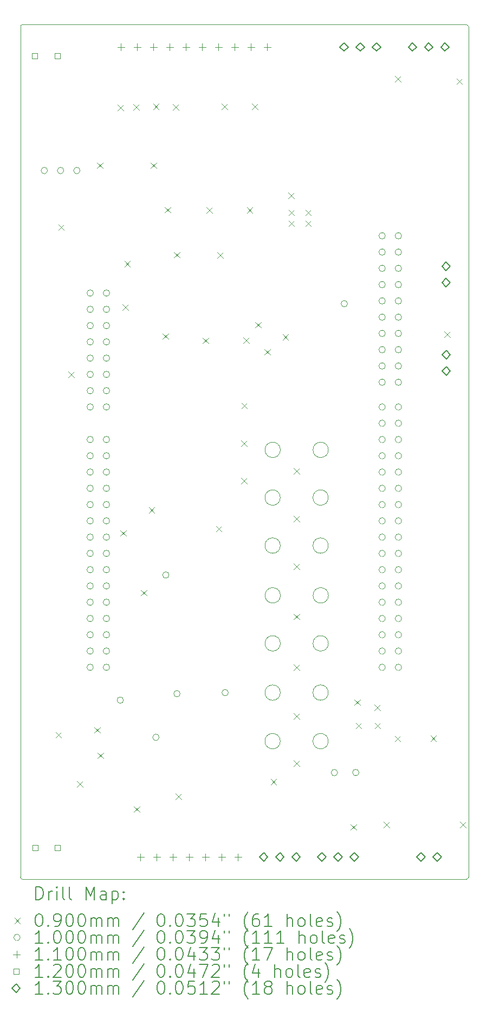
<source format=gbr>
%TF.GenerationSoftware,KiCad,Pcbnew,7.0.1*%
%TF.CreationDate,2023-05-11T12:12:18+02:00*%
%TF.ProjectId,STM32_F439ZI_Shield,53544d33-325f-4463-9433-395a495f5368,rev?*%
%TF.SameCoordinates,Original*%
%TF.FileFunction,Drillmap*%
%TF.FilePolarity,Positive*%
%FSLAX45Y45*%
G04 Gerber Fmt 4.5, Leading zero omitted, Abs format (unit mm)*
G04 Created by KiCad (PCBNEW 7.0.1) date 2023-05-11 12:12:18*
%MOMM*%
%LPD*%
G01*
G04 APERTURE LIST*
%ADD10C,0.100000*%
%ADD11C,0.200000*%
%ADD12C,0.090000*%
%ADD13C,0.110000*%
%ADD14C,0.120000*%
%ADD15C,0.130000*%
G04 APERTURE END LIST*
D10*
X14456000Y-9044000D02*
G75*
G03*
X14456000Y-9044000I-120000J0D01*
G01*
X15207000Y-11315000D02*
G75*
G03*
X15207000Y-11315000I-120000J0D01*
G01*
X17364000Y-2406000D02*
X10425000Y-2406000D01*
X14455000Y-9789000D02*
G75*
G03*
X14455000Y-9789000I-120000J0D01*
G01*
X15206000Y-12065000D02*
G75*
G03*
X15206000Y-12065000I-120000J0D01*
G01*
X17395000Y-15715000D02*
X17395000Y-2436000D01*
X14455000Y-12833000D02*
G75*
G03*
X14455000Y-12833000I-120000J0D01*
G01*
X15206000Y-9044000D02*
G75*
G03*
X15206000Y-9044000I-120000J0D01*
G01*
X17394997Y-2435983D02*
G75*
G03*
X17364000Y-2406000I-29997J3D01*
G01*
X14457000Y-11315000D02*
G75*
G03*
X14457000Y-11315000I-120000J0D01*
G01*
X10426000Y-15746000D02*
X17365000Y-15746000D01*
X14455000Y-13591000D02*
G75*
G03*
X14455000Y-13591000I-120000J0D01*
G01*
X14455000Y-10538000D02*
G75*
G03*
X14455000Y-10538000I-120000J0D01*
G01*
X10395000Y-15716000D02*
X10395000Y-2436000D01*
X10395012Y-15716089D02*
G75*
G03*
X10426000Y-15746000I27998J-2001D01*
G01*
X15205000Y-10538000D02*
G75*
G03*
X15205000Y-10538000I-120000J0D01*
G01*
X15205000Y-12833000D02*
G75*
G03*
X15205000Y-12833000I-120000J0D01*
G01*
X14456000Y-12065000D02*
G75*
G03*
X14456000Y-12065000I-120000J0D01*
G01*
X17365000Y-15746016D02*
G75*
G03*
X17395000Y-15715000I0J30017D01*
G01*
X15205000Y-9789000D02*
G75*
G03*
X15205000Y-9789000I-120000J0D01*
G01*
X10425017Y-2406279D02*
G75*
G03*
X10395000Y-2436000I2013J-32051D01*
G01*
X15205000Y-13591000D02*
G75*
G03*
X15205000Y-13591000I-120000J0D01*
G01*
D11*
D12*
X10945000Y-13449000D02*
X11035000Y-13539000D01*
X11035000Y-13449000D02*
X10945000Y-13539000D01*
X10988000Y-5525000D02*
X11078000Y-5615000D01*
X11078000Y-5525000D02*
X10988000Y-5615000D01*
X11142000Y-7821000D02*
X11232000Y-7911000D01*
X11232000Y-7821000D02*
X11142000Y-7911000D01*
X11278000Y-14213000D02*
X11368000Y-14303000D01*
X11368000Y-14213000D02*
X11278000Y-14303000D01*
X11552000Y-13372000D02*
X11642000Y-13462000D01*
X11642000Y-13372000D02*
X11552000Y-13462000D01*
X11591000Y-4559000D02*
X11681000Y-4649000D01*
X11681000Y-4559000D02*
X11591000Y-4649000D01*
X11601000Y-13771000D02*
X11691000Y-13861000D01*
X11691000Y-13771000D02*
X11601000Y-13861000D01*
X11913000Y-3655000D02*
X12003000Y-3745000D01*
X12003000Y-3655000D02*
X11913000Y-3745000D01*
X11958000Y-10298000D02*
X12048000Y-10388000D01*
X12048000Y-10298000D02*
X11958000Y-10388000D01*
X11990000Y-6773000D02*
X12080000Y-6863000D01*
X12080000Y-6773000D02*
X11990000Y-6863000D01*
X12020000Y-6095000D02*
X12110000Y-6185000D01*
X12110000Y-6095000D02*
X12020000Y-6185000D01*
X12158035Y-3647035D02*
X12248035Y-3737035D01*
X12248035Y-3647035D02*
X12158035Y-3737035D01*
X12168750Y-14610000D02*
X12258750Y-14700000D01*
X12258750Y-14610000D02*
X12168750Y-14700000D01*
X12275000Y-11229000D02*
X12365000Y-11319000D01*
X12365000Y-11229000D02*
X12275000Y-11319000D01*
X12399000Y-9937000D02*
X12489000Y-10027000D01*
X12489000Y-9937000D02*
X12399000Y-10027000D01*
X12428000Y-4559000D02*
X12518000Y-4649000D01*
X12518000Y-4559000D02*
X12428000Y-4649000D01*
X12469000Y-3641000D02*
X12559000Y-3731000D01*
X12559000Y-3641000D02*
X12469000Y-3731000D01*
X12614750Y-7225000D02*
X12704750Y-7315000D01*
X12704750Y-7225000D02*
X12614750Y-7315000D01*
X12651000Y-5253000D02*
X12741000Y-5343000D01*
X12741000Y-5253000D02*
X12651000Y-5343000D01*
X12775000Y-3647000D02*
X12865000Y-3737000D01*
X12865000Y-3647000D02*
X12775000Y-3737000D01*
X12795000Y-5955000D02*
X12885000Y-6045000D01*
X12885000Y-5955000D02*
X12795000Y-6045000D01*
X12819000Y-14409000D02*
X12909000Y-14499000D01*
X12909000Y-14409000D02*
X12819000Y-14499000D01*
X13243000Y-7293000D02*
X13333000Y-7383000D01*
X13333000Y-7293000D02*
X13243000Y-7383000D01*
X13300000Y-5258000D02*
X13390000Y-5348000D01*
X13390000Y-5258000D02*
X13300000Y-5348000D01*
X13449000Y-10232000D02*
X13539000Y-10322000D01*
X13539000Y-10232000D02*
X13449000Y-10322000D01*
X13474000Y-5960000D02*
X13564000Y-6050000D01*
X13564000Y-5960000D02*
X13474000Y-6050000D01*
X13538000Y-3638000D02*
X13628000Y-3728000D01*
X13628000Y-3638000D02*
X13538000Y-3728000D01*
X13842000Y-9482000D02*
X13932000Y-9572000D01*
X13932000Y-9482000D02*
X13842000Y-9572000D01*
X13844000Y-8898000D02*
X13934000Y-8988000D01*
X13934000Y-8898000D02*
X13844000Y-8988000D01*
X13848000Y-8308000D02*
X13938000Y-8398000D01*
X13938000Y-8308000D02*
X13848000Y-8398000D01*
X13877000Y-7291000D02*
X13967000Y-7381000D01*
X13967000Y-7291000D02*
X13877000Y-7381000D01*
X13933000Y-5258000D02*
X14023000Y-5348000D01*
X14023000Y-5258000D02*
X13933000Y-5348000D01*
X14011000Y-3639000D02*
X14101000Y-3729000D01*
X14101000Y-3639000D02*
X14011000Y-3729000D01*
X14064000Y-7047000D02*
X14154000Y-7137000D01*
X14154000Y-7047000D02*
X14064000Y-7137000D01*
X14208000Y-7470000D02*
X14298000Y-7560000D01*
X14298000Y-7470000D02*
X14208000Y-7560000D01*
X14306000Y-14179250D02*
X14396000Y-14269250D01*
X14396000Y-14179250D02*
X14306000Y-14269250D01*
X14492000Y-7238000D02*
X14582000Y-7328000D01*
X14582000Y-7238000D02*
X14492000Y-7328000D01*
X14583000Y-5031000D02*
X14673000Y-5121000D01*
X14673000Y-5031000D02*
X14583000Y-5121000D01*
X14584000Y-5294000D02*
X14674000Y-5384000D01*
X14674000Y-5294000D02*
X14584000Y-5384000D01*
X14584000Y-5463950D02*
X14674000Y-5553950D01*
X14674000Y-5463950D02*
X14584000Y-5553950D01*
X14665000Y-10075000D02*
X14755000Y-10165000D01*
X14755000Y-10075000D02*
X14665000Y-10165000D01*
X14665000Y-10819000D02*
X14755000Y-10909000D01*
X14755000Y-10819000D02*
X14665000Y-10909000D01*
X14665000Y-13159000D02*
X14755000Y-13249000D01*
X14755000Y-13159000D02*
X14665000Y-13249000D01*
X14665000Y-13891000D02*
X14755000Y-13981000D01*
X14755000Y-13891000D02*
X14665000Y-13981000D01*
X14666000Y-9329000D02*
X14756000Y-9419000D01*
X14756000Y-9329000D02*
X14666000Y-9419000D01*
X14667000Y-11604000D02*
X14757000Y-11694000D01*
X14757000Y-11604000D02*
X14667000Y-11694000D01*
X14667000Y-12393000D02*
X14757000Y-12483000D01*
X14757000Y-12393000D02*
X14667000Y-12483000D01*
X14846000Y-5294000D02*
X14936000Y-5384000D01*
X14936000Y-5294000D02*
X14846000Y-5384000D01*
X14846000Y-5463950D02*
X14936000Y-5553950D01*
X14936000Y-5463950D02*
X14846000Y-5553950D01*
X15553000Y-14887000D02*
X15643000Y-14977000D01*
X15643000Y-14887000D02*
X15553000Y-14977000D01*
X15612500Y-12940500D02*
X15702500Y-13030500D01*
X15702500Y-12940500D02*
X15612500Y-13030500D01*
X15633550Y-13306000D02*
X15723550Y-13396000D01*
X15723550Y-13306000D02*
X15633550Y-13396000D01*
X15927000Y-13020000D02*
X16017000Y-13110000D01*
X16017000Y-13020000D02*
X15927000Y-13110000D01*
X15930000Y-13306000D02*
X16020000Y-13396000D01*
X16020000Y-13306000D02*
X15930000Y-13396000D01*
X16069000Y-14848000D02*
X16159000Y-14938000D01*
X16159000Y-14848000D02*
X16069000Y-14938000D01*
X16243000Y-13509000D02*
X16333000Y-13599000D01*
X16333000Y-13509000D02*
X16243000Y-13599000D01*
X16251000Y-3209000D02*
X16341000Y-3299000D01*
X16341000Y-3209000D02*
X16251000Y-3299000D01*
X16803000Y-13506000D02*
X16893000Y-13596000D01*
X16893000Y-13506000D02*
X16803000Y-13596000D01*
X17018000Y-7194000D02*
X17108000Y-7284000D01*
X17108000Y-7194000D02*
X17018000Y-7284000D01*
X17211000Y-3246000D02*
X17301000Y-3336000D01*
X17301000Y-3246000D02*
X17211000Y-3336000D01*
X17263000Y-14848000D02*
X17353000Y-14938000D01*
X17353000Y-14848000D02*
X17263000Y-14938000D01*
D10*
X10817300Y-4683000D02*
G75*
G03*
X10817300Y-4683000I-50000J0D01*
G01*
X11071300Y-4683000D02*
G75*
G03*
X11071300Y-4683000I-50000J0D01*
G01*
X11325300Y-4683000D02*
G75*
G03*
X11325300Y-4683000I-50000J0D01*
G01*
X11534000Y-6596000D02*
G75*
G03*
X11534000Y-6596000I-50000J0D01*
G01*
X11534000Y-6850000D02*
G75*
G03*
X11534000Y-6850000I-50000J0D01*
G01*
X11534000Y-7104000D02*
G75*
G03*
X11534000Y-7104000I-50000J0D01*
G01*
X11534000Y-7358000D02*
G75*
G03*
X11534000Y-7358000I-50000J0D01*
G01*
X11534000Y-7612000D02*
G75*
G03*
X11534000Y-7612000I-50000J0D01*
G01*
X11534000Y-7866000D02*
G75*
G03*
X11534000Y-7866000I-50000J0D01*
G01*
X11534000Y-8120000D02*
G75*
G03*
X11534000Y-8120000I-50000J0D01*
G01*
X11534000Y-8374000D02*
G75*
G03*
X11534000Y-8374000I-50000J0D01*
G01*
X11534000Y-8883000D02*
G75*
G03*
X11534000Y-8883000I-50000J0D01*
G01*
X11534000Y-9137000D02*
G75*
G03*
X11534000Y-9137000I-50000J0D01*
G01*
X11534000Y-9391000D02*
G75*
G03*
X11534000Y-9391000I-50000J0D01*
G01*
X11534000Y-9645000D02*
G75*
G03*
X11534000Y-9645000I-50000J0D01*
G01*
X11534000Y-9899000D02*
G75*
G03*
X11534000Y-9899000I-50000J0D01*
G01*
X11534000Y-10153000D02*
G75*
G03*
X11534000Y-10153000I-50000J0D01*
G01*
X11534000Y-10407000D02*
G75*
G03*
X11534000Y-10407000I-50000J0D01*
G01*
X11534000Y-10661000D02*
G75*
G03*
X11534000Y-10661000I-50000J0D01*
G01*
X11534000Y-10915000D02*
G75*
G03*
X11534000Y-10915000I-50000J0D01*
G01*
X11534000Y-11169000D02*
G75*
G03*
X11534000Y-11169000I-50000J0D01*
G01*
X11534000Y-11423000D02*
G75*
G03*
X11534000Y-11423000I-50000J0D01*
G01*
X11534000Y-11677000D02*
G75*
G03*
X11534000Y-11677000I-50000J0D01*
G01*
X11534000Y-11931000D02*
G75*
G03*
X11534000Y-11931000I-50000J0D01*
G01*
X11534000Y-12185000D02*
G75*
G03*
X11534000Y-12185000I-50000J0D01*
G01*
X11534000Y-12439000D02*
G75*
G03*
X11534000Y-12439000I-50000J0D01*
G01*
X11788000Y-6596000D02*
G75*
G03*
X11788000Y-6596000I-50000J0D01*
G01*
X11788000Y-6850000D02*
G75*
G03*
X11788000Y-6850000I-50000J0D01*
G01*
X11788000Y-7104000D02*
G75*
G03*
X11788000Y-7104000I-50000J0D01*
G01*
X11788000Y-7358000D02*
G75*
G03*
X11788000Y-7358000I-50000J0D01*
G01*
X11788000Y-7612000D02*
G75*
G03*
X11788000Y-7612000I-50000J0D01*
G01*
X11788000Y-7866000D02*
G75*
G03*
X11788000Y-7866000I-50000J0D01*
G01*
X11788000Y-8120000D02*
G75*
G03*
X11788000Y-8120000I-50000J0D01*
G01*
X11788000Y-8374000D02*
G75*
G03*
X11788000Y-8374000I-50000J0D01*
G01*
X11788000Y-8883000D02*
G75*
G03*
X11788000Y-8883000I-50000J0D01*
G01*
X11788000Y-9137000D02*
G75*
G03*
X11788000Y-9137000I-50000J0D01*
G01*
X11788000Y-9391000D02*
G75*
G03*
X11788000Y-9391000I-50000J0D01*
G01*
X11788000Y-9645000D02*
G75*
G03*
X11788000Y-9645000I-50000J0D01*
G01*
X11788000Y-9899000D02*
G75*
G03*
X11788000Y-9899000I-50000J0D01*
G01*
X11788000Y-10153000D02*
G75*
G03*
X11788000Y-10153000I-50000J0D01*
G01*
X11788000Y-10407000D02*
G75*
G03*
X11788000Y-10407000I-50000J0D01*
G01*
X11788000Y-10661000D02*
G75*
G03*
X11788000Y-10661000I-50000J0D01*
G01*
X11788000Y-10915000D02*
G75*
G03*
X11788000Y-10915000I-50000J0D01*
G01*
X11788000Y-11169000D02*
G75*
G03*
X11788000Y-11169000I-50000J0D01*
G01*
X11788000Y-11423000D02*
G75*
G03*
X11788000Y-11423000I-50000J0D01*
G01*
X11788000Y-11677000D02*
G75*
G03*
X11788000Y-11677000I-50000J0D01*
G01*
X11788000Y-11931000D02*
G75*
G03*
X11788000Y-11931000I-50000J0D01*
G01*
X11788000Y-12185000D02*
G75*
G03*
X11788000Y-12185000I-50000J0D01*
G01*
X11788000Y-12439000D02*
G75*
G03*
X11788000Y-12439000I-50000J0D01*
G01*
X12005000Y-12951000D02*
G75*
G03*
X12005000Y-12951000I-50000J0D01*
G01*
X12561000Y-13531000D02*
G75*
G03*
X12561000Y-13531000I-50000J0D01*
G01*
X12716000Y-10997000D02*
G75*
G03*
X12716000Y-10997000I-50000J0D01*
G01*
X12890500Y-12849500D02*
G75*
G03*
X12890500Y-12849500I-50000J0D01*
G01*
X13643000Y-12834000D02*
G75*
G03*
X13643000Y-12834000I-50000J0D01*
G01*
X15351000Y-14082000D02*
G75*
G03*
X15351000Y-14082000I-50000J0D01*
G01*
X15505000Y-6762000D02*
G75*
G03*
X15505000Y-6762000I-50000J0D01*
G01*
X15684000Y-14081000D02*
G75*
G03*
X15684000Y-14081000I-50000J0D01*
G01*
X16096000Y-5702000D02*
G75*
G03*
X16096000Y-5702000I-50000J0D01*
G01*
X16096000Y-5956000D02*
G75*
G03*
X16096000Y-5956000I-50000J0D01*
G01*
X16096000Y-6210000D02*
G75*
G03*
X16096000Y-6210000I-50000J0D01*
G01*
X16096000Y-6464000D02*
G75*
G03*
X16096000Y-6464000I-50000J0D01*
G01*
X16096000Y-6718000D02*
G75*
G03*
X16096000Y-6718000I-50000J0D01*
G01*
X16096000Y-6972000D02*
G75*
G03*
X16096000Y-6972000I-50000J0D01*
G01*
X16096000Y-7226000D02*
G75*
G03*
X16096000Y-7226000I-50000J0D01*
G01*
X16096000Y-7480000D02*
G75*
G03*
X16096000Y-7480000I-50000J0D01*
G01*
X16096000Y-7734000D02*
G75*
G03*
X16096000Y-7734000I-50000J0D01*
G01*
X16096000Y-7988000D02*
G75*
G03*
X16096000Y-7988000I-50000J0D01*
G01*
X16097000Y-8375000D02*
G75*
G03*
X16097000Y-8375000I-50000J0D01*
G01*
X16097000Y-8629000D02*
G75*
G03*
X16097000Y-8629000I-50000J0D01*
G01*
X16097000Y-8883000D02*
G75*
G03*
X16097000Y-8883000I-50000J0D01*
G01*
X16097000Y-9137000D02*
G75*
G03*
X16097000Y-9137000I-50000J0D01*
G01*
X16097000Y-9391000D02*
G75*
G03*
X16097000Y-9391000I-50000J0D01*
G01*
X16097000Y-9645000D02*
G75*
G03*
X16097000Y-9645000I-50000J0D01*
G01*
X16097000Y-9899000D02*
G75*
G03*
X16097000Y-9899000I-50000J0D01*
G01*
X16097000Y-10153000D02*
G75*
G03*
X16097000Y-10153000I-50000J0D01*
G01*
X16097000Y-10407000D02*
G75*
G03*
X16097000Y-10407000I-50000J0D01*
G01*
X16097000Y-10661000D02*
G75*
G03*
X16097000Y-10661000I-50000J0D01*
G01*
X16097000Y-10915000D02*
G75*
G03*
X16097000Y-10915000I-50000J0D01*
G01*
X16097000Y-11169000D02*
G75*
G03*
X16097000Y-11169000I-50000J0D01*
G01*
X16097000Y-11423000D02*
G75*
G03*
X16097000Y-11423000I-50000J0D01*
G01*
X16097000Y-11677000D02*
G75*
G03*
X16097000Y-11677000I-50000J0D01*
G01*
X16097000Y-11931000D02*
G75*
G03*
X16097000Y-11931000I-50000J0D01*
G01*
X16097000Y-12185000D02*
G75*
G03*
X16097000Y-12185000I-50000J0D01*
G01*
X16097000Y-12439000D02*
G75*
G03*
X16097000Y-12439000I-50000J0D01*
G01*
X16350000Y-5702000D02*
G75*
G03*
X16350000Y-5702000I-50000J0D01*
G01*
X16350000Y-5956000D02*
G75*
G03*
X16350000Y-5956000I-50000J0D01*
G01*
X16350000Y-6210000D02*
G75*
G03*
X16350000Y-6210000I-50000J0D01*
G01*
X16350000Y-6464000D02*
G75*
G03*
X16350000Y-6464000I-50000J0D01*
G01*
X16350000Y-6718000D02*
G75*
G03*
X16350000Y-6718000I-50000J0D01*
G01*
X16350000Y-6972000D02*
G75*
G03*
X16350000Y-6972000I-50000J0D01*
G01*
X16350000Y-7226000D02*
G75*
G03*
X16350000Y-7226000I-50000J0D01*
G01*
X16350000Y-7480000D02*
G75*
G03*
X16350000Y-7480000I-50000J0D01*
G01*
X16350000Y-7734000D02*
G75*
G03*
X16350000Y-7734000I-50000J0D01*
G01*
X16350000Y-7988000D02*
G75*
G03*
X16350000Y-7988000I-50000J0D01*
G01*
X16351000Y-8375000D02*
G75*
G03*
X16351000Y-8375000I-50000J0D01*
G01*
X16351000Y-8629000D02*
G75*
G03*
X16351000Y-8629000I-50000J0D01*
G01*
X16351000Y-8883000D02*
G75*
G03*
X16351000Y-8883000I-50000J0D01*
G01*
X16351000Y-9137000D02*
G75*
G03*
X16351000Y-9137000I-50000J0D01*
G01*
X16351000Y-9391000D02*
G75*
G03*
X16351000Y-9391000I-50000J0D01*
G01*
X16351000Y-9645000D02*
G75*
G03*
X16351000Y-9645000I-50000J0D01*
G01*
X16351000Y-9899000D02*
G75*
G03*
X16351000Y-9899000I-50000J0D01*
G01*
X16351000Y-10153000D02*
G75*
G03*
X16351000Y-10153000I-50000J0D01*
G01*
X16351000Y-10407000D02*
G75*
G03*
X16351000Y-10407000I-50000J0D01*
G01*
X16351000Y-10661000D02*
G75*
G03*
X16351000Y-10661000I-50000J0D01*
G01*
X16351000Y-10915000D02*
G75*
G03*
X16351000Y-10915000I-50000J0D01*
G01*
X16351000Y-11169000D02*
G75*
G03*
X16351000Y-11169000I-50000J0D01*
G01*
X16351000Y-11423000D02*
G75*
G03*
X16351000Y-11423000I-50000J0D01*
G01*
X16351000Y-11677000D02*
G75*
G03*
X16351000Y-11677000I-50000J0D01*
G01*
X16351000Y-11931000D02*
G75*
G03*
X16351000Y-11931000I-50000J0D01*
G01*
X16351000Y-12185000D02*
G75*
G03*
X16351000Y-12185000I-50000J0D01*
G01*
X16351000Y-12439000D02*
G75*
G03*
X16351000Y-12439000I-50000J0D01*
G01*
D13*
X11965000Y-2699000D02*
X11965000Y-2809000D01*
X11910000Y-2754000D02*
X12020000Y-2754000D01*
X12219000Y-2699000D02*
X12219000Y-2809000D01*
X12164000Y-2754000D02*
X12274000Y-2754000D01*
X12270000Y-15344000D02*
X12270000Y-15454000D01*
X12215000Y-15399000D02*
X12325000Y-15399000D01*
X12473000Y-2699000D02*
X12473000Y-2809000D01*
X12418000Y-2754000D02*
X12528000Y-2754000D01*
X12524000Y-15344000D02*
X12524000Y-15454000D01*
X12469000Y-15399000D02*
X12579000Y-15399000D01*
X12727000Y-2699000D02*
X12727000Y-2809000D01*
X12672000Y-2754000D02*
X12782000Y-2754000D01*
X12778000Y-15344000D02*
X12778000Y-15454000D01*
X12723000Y-15399000D02*
X12833000Y-15399000D01*
X12981000Y-2699000D02*
X12981000Y-2809000D01*
X12926000Y-2754000D02*
X13036000Y-2754000D01*
X13032000Y-15344000D02*
X13032000Y-15454000D01*
X12977000Y-15399000D02*
X13087000Y-15399000D01*
X13235000Y-2699000D02*
X13235000Y-2809000D01*
X13180000Y-2754000D02*
X13290000Y-2754000D01*
X13286000Y-15344000D02*
X13286000Y-15454000D01*
X13231000Y-15399000D02*
X13341000Y-15399000D01*
X13489000Y-2699000D02*
X13489000Y-2809000D01*
X13434000Y-2754000D02*
X13544000Y-2754000D01*
X13540000Y-15344000D02*
X13540000Y-15454000D01*
X13485000Y-15399000D02*
X13595000Y-15399000D01*
X13743000Y-2699000D02*
X13743000Y-2809000D01*
X13688000Y-2754000D02*
X13798000Y-2754000D01*
X13794000Y-15344000D02*
X13794000Y-15454000D01*
X13739000Y-15399000D02*
X13849000Y-15399000D01*
X13997000Y-2699000D02*
X13997000Y-2809000D01*
X13942000Y-2754000D02*
X14052000Y-2754000D01*
X14251000Y-2699000D02*
X14251000Y-2809000D01*
X14196000Y-2754000D02*
X14306000Y-2754000D01*
D14*
X10661427Y-2938427D02*
X10661427Y-2853573D01*
X10576573Y-2853573D01*
X10576573Y-2938427D01*
X10661427Y-2938427D01*
X10668427Y-15296427D02*
X10668427Y-15211573D01*
X10583573Y-15211573D01*
X10583573Y-15296427D01*
X10668427Y-15296427D01*
X11011427Y-2938427D02*
X11011427Y-2853573D01*
X10926573Y-2853573D01*
X10926573Y-2938427D01*
X11011427Y-2938427D01*
X11018427Y-15296427D02*
X11018427Y-15211573D01*
X10933573Y-15211573D01*
X10933573Y-15296427D01*
X11018427Y-15296427D01*
D15*
X14195000Y-15464000D02*
X14260000Y-15399000D01*
X14195000Y-15334000D01*
X14130000Y-15399000D01*
X14195000Y-15464000D01*
X14449000Y-15464000D02*
X14514000Y-15399000D01*
X14449000Y-15334000D01*
X14384000Y-15399000D01*
X14449000Y-15464000D01*
X14703000Y-15464000D02*
X14768000Y-15399000D01*
X14703000Y-15334000D01*
X14638000Y-15399000D01*
X14703000Y-15464000D01*
X15103000Y-15463000D02*
X15168000Y-15398000D01*
X15103000Y-15333000D01*
X15038000Y-15398000D01*
X15103000Y-15463000D01*
X15357000Y-15463000D02*
X15422000Y-15398000D01*
X15357000Y-15333000D01*
X15292000Y-15398000D01*
X15357000Y-15463000D01*
X15452000Y-2820000D02*
X15517000Y-2755000D01*
X15452000Y-2690000D01*
X15387000Y-2755000D01*
X15452000Y-2820000D01*
X15611000Y-15463000D02*
X15676000Y-15398000D01*
X15611000Y-15333000D01*
X15546000Y-15398000D01*
X15611000Y-15463000D01*
X15706000Y-2820000D02*
X15771000Y-2755000D01*
X15706000Y-2690000D01*
X15641000Y-2755000D01*
X15706000Y-2820000D01*
X15960000Y-2820000D02*
X16025000Y-2755000D01*
X15960000Y-2690000D01*
X15895000Y-2755000D01*
X15960000Y-2820000D01*
X16520000Y-2819000D02*
X16585000Y-2754000D01*
X16520000Y-2689000D01*
X16455000Y-2754000D01*
X16520000Y-2819000D01*
X16652000Y-15463000D02*
X16717000Y-15398000D01*
X16652000Y-15333000D01*
X16587000Y-15398000D01*
X16652000Y-15463000D01*
X16774000Y-2819000D02*
X16839000Y-2754000D01*
X16774000Y-2689000D01*
X16709000Y-2754000D01*
X16774000Y-2819000D01*
X16906000Y-15463000D02*
X16971000Y-15398000D01*
X16906000Y-15333000D01*
X16841000Y-15398000D01*
X16906000Y-15463000D01*
X17028000Y-2819000D02*
X17093000Y-2754000D01*
X17028000Y-2689000D01*
X16963000Y-2754000D01*
X17028000Y-2819000D01*
X17047000Y-6243000D02*
X17112000Y-6178000D01*
X17047000Y-6113000D01*
X16982000Y-6178000D01*
X17047000Y-6243000D01*
X17047000Y-6497000D02*
X17112000Y-6432000D01*
X17047000Y-6367000D01*
X16982000Y-6432000D01*
X17047000Y-6497000D01*
X17047750Y-7624000D02*
X17112750Y-7559000D01*
X17047750Y-7494000D01*
X16982750Y-7559000D01*
X17047750Y-7624000D01*
X17047750Y-7878000D02*
X17112750Y-7813000D01*
X17047750Y-7748000D01*
X16982750Y-7813000D01*
X17047750Y-7878000D01*
D11*
X10637559Y-16063683D02*
X10637559Y-15863683D01*
X10637559Y-15863683D02*
X10685178Y-15863683D01*
X10685178Y-15863683D02*
X10713750Y-15873207D01*
X10713750Y-15873207D02*
X10732797Y-15892255D01*
X10732797Y-15892255D02*
X10742321Y-15911302D01*
X10742321Y-15911302D02*
X10751845Y-15949398D01*
X10751845Y-15949398D02*
X10751845Y-15977969D01*
X10751845Y-15977969D02*
X10742321Y-16016064D01*
X10742321Y-16016064D02*
X10732797Y-16035112D01*
X10732797Y-16035112D02*
X10713750Y-16054160D01*
X10713750Y-16054160D02*
X10685178Y-16063683D01*
X10685178Y-16063683D02*
X10637559Y-16063683D01*
X10837559Y-16063683D02*
X10837559Y-15930350D01*
X10837559Y-15968445D02*
X10847083Y-15949398D01*
X10847083Y-15949398D02*
X10856607Y-15939874D01*
X10856607Y-15939874D02*
X10875655Y-15930350D01*
X10875655Y-15930350D02*
X10894702Y-15930350D01*
X10961369Y-16063683D02*
X10961369Y-15930350D01*
X10961369Y-15863683D02*
X10951845Y-15873207D01*
X10951845Y-15873207D02*
X10961369Y-15882731D01*
X10961369Y-15882731D02*
X10970893Y-15873207D01*
X10970893Y-15873207D02*
X10961369Y-15863683D01*
X10961369Y-15863683D02*
X10961369Y-15882731D01*
X11085178Y-16063683D02*
X11066131Y-16054160D01*
X11066131Y-16054160D02*
X11056607Y-16035112D01*
X11056607Y-16035112D02*
X11056607Y-15863683D01*
X11189940Y-16063683D02*
X11170893Y-16054160D01*
X11170893Y-16054160D02*
X11161369Y-16035112D01*
X11161369Y-16035112D02*
X11161369Y-15863683D01*
X11418512Y-16063683D02*
X11418512Y-15863683D01*
X11418512Y-15863683D02*
X11485178Y-16006541D01*
X11485178Y-16006541D02*
X11551845Y-15863683D01*
X11551845Y-15863683D02*
X11551845Y-16063683D01*
X11732797Y-16063683D02*
X11732797Y-15958922D01*
X11732797Y-15958922D02*
X11723274Y-15939874D01*
X11723274Y-15939874D02*
X11704226Y-15930350D01*
X11704226Y-15930350D02*
X11666131Y-15930350D01*
X11666131Y-15930350D02*
X11647083Y-15939874D01*
X11732797Y-16054160D02*
X11713750Y-16063683D01*
X11713750Y-16063683D02*
X11666131Y-16063683D01*
X11666131Y-16063683D02*
X11647083Y-16054160D01*
X11647083Y-16054160D02*
X11637559Y-16035112D01*
X11637559Y-16035112D02*
X11637559Y-16016064D01*
X11637559Y-16016064D02*
X11647083Y-15997017D01*
X11647083Y-15997017D02*
X11666131Y-15987493D01*
X11666131Y-15987493D02*
X11713750Y-15987493D01*
X11713750Y-15987493D02*
X11732797Y-15977969D01*
X11828035Y-15930350D02*
X11828035Y-16130350D01*
X11828035Y-15939874D02*
X11847083Y-15930350D01*
X11847083Y-15930350D02*
X11885178Y-15930350D01*
X11885178Y-15930350D02*
X11904226Y-15939874D01*
X11904226Y-15939874D02*
X11913750Y-15949398D01*
X11913750Y-15949398D02*
X11923274Y-15968445D01*
X11923274Y-15968445D02*
X11923274Y-16025588D01*
X11923274Y-16025588D02*
X11913750Y-16044636D01*
X11913750Y-16044636D02*
X11904226Y-16054160D01*
X11904226Y-16054160D02*
X11885178Y-16063683D01*
X11885178Y-16063683D02*
X11847083Y-16063683D01*
X11847083Y-16063683D02*
X11828035Y-16054160D01*
X12008988Y-16044636D02*
X12018512Y-16054160D01*
X12018512Y-16054160D02*
X12008988Y-16063683D01*
X12008988Y-16063683D02*
X11999464Y-16054160D01*
X11999464Y-16054160D02*
X12008988Y-16044636D01*
X12008988Y-16044636D02*
X12008988Y-16063683D01*
X12008988Y-15939874D02*
X12018512Y-15949398D01*
X12018512Y-15949398D02*
X12008988Y-15958922D01*
X12008988Y-15958922D02*
X11999464Y-15949398D01*
X11999464Y-15949398D02*
X12008988Y-15939874D01*
X12008988Y-15939874D02*
X12008988Y-15958922D01*
D12*
X10299940Y-16346160D02*
X10389940Y-16436160D01*
X10389940Y-16346160D02*
X10299940Y-16436160D01*
D11*
X10675655Y-16283683D02*
X10694702Y-16283683D01*
X10694702Y-16283683D02*
X10713750Y-16293207D01*
X10713750Y-16293207D02*
X10723274Y-16302731D01*
X10723274Y-16302731D02*
X10732797Y-16321779D01*
X10732797Y-16321779D02*
X10742321Y-16359874D01*
X10742321Y-16359874D02*
X10742321Y-16407493D01*
X10742321Y-16407493D02*
X10732797Y-16445588D01*
X10732797Y-16445588D02*
X10723274Y-16464636D01*
X10723274Y-16464636D02*
X10713750Y-16474160D01*
X10713750Y-16474160D02*
X10694702Y-16483683D01*
X10694702Y-16483683D02*
X10675655Y-16483683D01*
X10675655Y-16483683D02*
X10656607Y-16474160D01*
X10656607Y-16474160D02*
X10647083Y-16464636D01*
X10647083Y-16464636D02*
X10637559Y-16445588D01*
X10637559Y-16445588D02*
X10628036Y-16407493D01*
X10628036Y-16407493D02*
X10628036Y-16359874D01*
X10628036Y-16359874D02*
X10637559Y-16321779D01*
X10637559Y-16321779D02*
X10647083Y-16302731D01*
X10647083Y-16302731D02*
X10656607Y-16293207D01*
X10656607Y-16293207D02*
X10675655Y-16283683D01*
X10828036Y-16464636D02*
X10837559Y-16474160D01*
X10837559Y-16474160D02*
X10828036Y-16483683D01*
X10828036Y-16483683D02*
X10818512Y-16474160D01*
X10818512Y-16474160D02*
X10828036Y-16464636D01*
X10828036Y-16464636D02*
X10828036Y-16483683D01*
X10932797Y-16483683D02*
X10970893Y-16483683D01*
X10970893Y-16483683D02*
X10989940Y-16474160D01*
X10989940Y-16474160D02*
X10999464Y-16464636D01*
X10999464Y-16464636D02*
X11018512Y-16436064D01*
X11018512Y-16436064D02*
X11028036Y-16397969D01*
X11028036Y-16397969D02*
X11028036Y-16321779D01*
X11028036Y-16321779D02*
X11018512Y-16302731D01*
X11018512Y-16302731D02*
X11008988Y-16293207D01*
X11008988Y-16293207D02*
X10989940Y-16283683D01*
X10989940Y-16283683D02*
X10951845Y-16283683D01*
X10951845Y-16283683D02*
X10932797Y-16293207D01*
X10932797Y-16293207D02*
X10923274Y-16302731D01*
X10923274Y-16302731D02*
X10913750Y-16321779D01*
X10913750Y-16321779D02*
X10913750Y-16369398D01*
X10913750Y-16369398D02*
X10923274Y-16388445D01*
X10923274Y-16388445D02*
X10932797Y-16397969D01*
X10932797Y-16397969D02*
X10951845Y-16407493D01*
X10951845Y-16407493D02*
X10989940Y-16407493D01*
X10989940Y-16407493D02*
X11008988Y-16397969D01*
X11008988Y-16397969D02*
X11018512Y-16388445D01*
X11018512Y-16388445D02*
X11028036Y-16369398D01*
X11151845Y-16283683D02*
X11170893Y-16283683D01*
X11170893Y-16283683D02*
X11189940Y-16293207D01*
X11189940Y-16293207D02*
X11199464Y-16302731D01*
X11199464Y-16302731D02*
X11208988Y-16321779D01*
X11208988Y-16321779D02*
X11218512Y-16359874D01*
X11218512Y-16359874D02*
X11218512Y-16407493D01*
X11218512Y-16407493D02*
X11208988Y-16445588D01*
X11208988Y-16445588D02*
X11199464Y-16464636D01*
X11199464Y-16464636D02*
X11189940Y-16474160D01*
X11189940Y-16474160D02*
X11170893Y-16483683D01*
X11170893Y-16483683D02*
X11151845Y-16483683D01*
X11151845Y-16483683D02*
X11132797Y-16474160D01*
X11132797Y-16474160D02*
X11123274Y-16464636D01*
X11123274Y-16464636D02*
X11113750Y-16445588D01*
X11113750Y-16445588D02*
X11104226Y-16407493D01*
X11104226Y-16407493D02*
X11104226Y-16359874D01*
X11104226Y-16359874D02*
X11113750Y-16321779D01*
X11113750Y-16321779D02*
X11123274Y-16302731D01*
X11123274Y-16302731D02*
X11132797Y-16293207D01*
X11132797Y-16293207D02*
X11151845Y-16283683D01*
X11342321Y-16283683D02*
X11361369Y-16283683D01*
X11361369Y-16283683D02*
X11380416Y-16293207D01*
X11380416Y-16293207D02*
X11389940Y-16302731D01*
X11389940Y-16302731D02*
X11399464Y-16321779D01*
X11399464Y-16321779D02*
X11408988Y-16359874D01*
X11408988Y-16359874D02*
X11408988Y-16407493D01*
X11408988Y-16407493D02*
X11399464Y-16445588D01*
X11399464Y-16445588D02*
X11389940Y-16464636D01*
X11389940Y-16464636D02*
X11380416Y-16474160D01*
X11380416Y-16474160D02*
X11361369Y-16483683D01*
X11361369Y-16483683D02*
X11342321Y-16483683D01*
X11342321Y-16483683D02*
X11323274Y-16474160D01*
X11323274Y-16474160D02*
X11313750Y-16464636D01*
X11313750Y-16464636D02*
X11304226Y-16445588D01*
X11304226Y-16445588D02*
X11294702Y-16407493D01*
X11294702Y-16407493D02*
X11294702Y-16359874D01*
X11294702Y-16359874D02*
X11304226Y-16321779D01*
X11304226Y-16321779D02*
X11313750Y-16302731D01*
X11313750Y-16302731D02*
X11323274Y-16293207D01*
X11323274Y-16293207D02*
X11342321Y-16283683D01*
X11494702Y-16483683D02*
X11494702Y-16350350D01*
X11494702Y-16369398D02*
X11504226Y-16359874D01*
X11504226Y-16359874D02*
X11523274Y-16350350D01*
X11523274Y-16350350D02*
X11551845Y-16350350D01*
X11551845Y-16350350D02*
X11570893Y-16359874D01*
X11570893Y-16359874D02*
X11580416Y-16378922D01*
X11580416Y-16378922D02*
X11580416Y-16483683D01*
X11580416Y-16378922D02*
X11589940Y-16359874D01*
X11589940Y-16359874D02*
X11608988Y-16350350D01*
X11608988Y-16350350D02*
X11637559Y-16350350D01*
X11637559Y-16350350D02*
X11656607Y-16359874D01*
X11656607Y-16359874D02*
X11666131Y-16378922D01*
X11666131Y-16378922D02*
X11666131Y-16483683D01*
X11761369Y-16483683D02*
X11761369Y-16350350D01*
X11761369Y-16369398D02*
X11770893Y-16359874D01*
X11770893Y-16359874D02*
X11789940Y-16350350D01*
X11789940Y-16350350D02*
X11818512Y-16350350D01*
X11818512Y-16350350D02*
X11837559Y-16359874D01*
X11837559Y-16359874D02*
X11847083Y-16378922D01*
X11847083Y-16378922D02*
X11847083Y-16483683D01*
X11847083Y-16378922D02*
X11856607Y-16359874D01*
X11856607Y-16359874D02*
X11875655Y-16350350D01*
X11875655Y-16350350D02*
X11904226Y-16350350D01*
X11904226Y-16350350D02*
X11923274Y-16359874D01*
X11923274Y-16359874D02*
X11932797Y-16378922D01*
X11932797Y-16378922D02*
X11932797Y-16483683D01*
X12323274Y-16274160D02*
X12151845Y-16531302D01*
X12580417Y-16283683D02*
X12599464Y-16283683D01*
X12599464Y-16283683D02*
X12618512Y-16293207D01*
X12618512Y-16293207D02*
X12628036Y-16302731D01*
X12628036Y-16302731D02*
X12637559Y-16321779D01*
X12637559Y-16321779D02*
X12647083Y-16359874D01*
X12647083Y-16359874D02*
X12647083Y-16407493D01*
X12647083Y-16407493D02*
X12637559Y-16445588D01*
X12637559Y-16445588D02*
X12628036Y-16464636D01*
X12628036Y-16464636D02*
X12618512Y-16474160D01*
X12618512Y-16474160D02*
X12599464Y-16483683D01*
X12599464Y-16483683D02*
X12580417Y-16483683D01*
X12580417Y-16483683D02*
X12561369Y-16474160D01*
X12561369Y-16474160D02*
X12551845Y-16464636D01*
X12551845Y-16464636D02*
X12542321Y-16445588D01*
X12542321Y-16445588D02*
X12532798Y-16407493D01*
X12532798Y-16407493D02*
X12532798Y-16359874D01*
X12532798Y-16359874D02*
X12542321Y-16321779D01*
X12542321Y-16321779D02*
X12551845Y-16302731D01*
X12551845Y-16302731D02*
X12561369Y-16293207D01*
X12561369Y-16293207D02*
X12580417Y-16283683D01*
X12732798Y-16464636D02*
X12742321Y-16474160D01*
X12742321Y-16474160D02*
X12732798Y-16483683D01*
X12732798Y-16483683D02*
X12723274Y-16474160D01*
X12723274Y-16474160D02*
X12732798Y-16464636D01*
X12732798Y-16464636D02*
X12732798Y-16483683D01*
X12866131Y-16283683D02*
X12885179Y-16283683D01*
X12885179Y-16283683D02*
X12904226Y-16293207D01*
X12904226Y-16293207D02*
X12913750Y-16302731D01*
X12913750Y-16302731D02*
X12923274Y-16321779D01*
X12923274Y-16321779D02*
X12932798Y-16359874D01*
X12932798Y-16359874D02*
X12932798Y-16407493D01*
X12932798Y-16407493D02*
X12923274Y-16445588D01*
X12923274Y-16445588D02*
X12913750Y-16464636D01*
X12913750Y-16464636D02*
X12904226Y-16474160D01*
X12904226Y-16474160D02*
X12885179Y-16483683D01*
X12885179Y-16483683D02*
X12866131Y-16483683D01*
X12866131Y-16483683D02*
X12847083Y-16474160D01*
X12847083Y-16474160D02*
X12837559Y-16464636D01*
X12837559Y-16464636D02*
X12828036Y-16445588D01*
X12828036Y-16445588D02*
X12818512Y-16407493D01*
X12818512Y-16407493D02*
X12818512Y-16359874D01*
X12818512Y-16359874D02*
X12828036Y-16321779D01*
X12828036Y-16321779D02*
X12837559Y-16302731D01*
X12837559Y-16302731D02*
X12847083Y-16293207D01*
X12847083Y-16293207D02*
X12866131Y-16283683D01*
X12999464Y-16283683D02*
X13123274Y-16283683D01*
X13123274Y-16283683D02*
X13056607Y-16359874D01*
X13056607Y-16359874D02*
X13085179Y-16359874D01*
X13085179Y-16359874D02*
X13104226Y-16369398D01*
X13104226Y-16369398D02*
X13113750Y-16378922D01*
X13113750Y-16378922D02*
X13123274Y-16397969D01*
X13123274Y-16397969D02*
X13123274Y-16445588D01*
X13123274Y-16445588D02*
X13113750Y-16464636D01*
X13113750Y-16464636D02*
X13104226Y-16474160D01*
X13104226Y-16474160D02*
X13085179Y-16483683D01*
X13085179Y-16483683D02*
X13028036Y-16483683D01*
X13028036Y-16483683D02*
X13008988Y-16474160D01*
X13008988Y-16474160D02*
X12999464Y-16464636D01*
X13304226Y-16283683D02*
X13208988Y-16283683D01*
X13208988Y-16283683D02*
X13199464Y-16378922D01*
X13199464Y-16378922D02*
X13208988Y-16369398D01*
X13208988Y-16369398D02*
X13228036Y-16359874D01*
X13228036Y-16359874D02*
X13275655Y-16359874D01*
X13275655Y-16359874D02*
X13294702Y-16369398D01*
X13294702Y-16369398D02*
X13304226Y-16378922D01*
X13304226Y-16378922D02*
X13313750Y-16397969D01*
X13313750Y-16397969D02*
X13313750Y-16445588D01*
X13313750Y-16445588D02*
X13304226Y-16464636D01*
X13304226Y-16464636D02*
X13294702Y-16474160D01*
X13294702Y-16474160D02*
X13275655Y-16483683D01*
X13275655Y-16483683D02*
X13228036Y-16483683D01*
X13228036Y-16483683D02*
X13208988Y-16474160D01*
X13208988Y-16474160D02*
X13199464Y-16464636D01*
X13485179Y-16350350D02*
X13485179Y-16483683D01*
X13437559Y-16274160D02*
X13389940Y-16417017D01*
X13389940Y-16417017D02*
X13513750Y-16417017D01*
X13580417Y-16283683D02*
X13580417Y-16321779D01*
X13656607Y-16283683D02*
X13656607Y-16321779D01*
X13951845Y-16559874D02*
X13942321Y-16550350D01*
X13942321Y-16550350D02*
X13923274Y-16521779D01*
X13923274Y-16521779D02*
X13913750Y-16502731D01*
X13913750Y-16502731D02*
X13904226Y-16474160D01*
X13904226Y-16474160D02*
X13894702Y-16426541D01*
X13894702Y-16426541D02*
X13894702Y-16388445D01*
X13894702Y-16388445D02*
X13904226Y-16340826D01*
X13904226Y-16340826D02*
X13913750Y-16312255D01*
X13913750Y-16312255D02*
X13923274Y-16293207D01*
X13923274Y-16293207D02*
X13942321Y-16264636D01*
X13942321Y-16264636D02*
X13951845Y-16255112D01*
X14113750Y-16283683D02*
X14075655Y-16283683D01*
X14075655Y-16283683D02*
X14056607Y-16293207D01*
X14056607Y-16293207D02*
X14047083Y-16302731D01*
X14047083Y-16302731D02*
X14028036Y-16331302D01*
X14028036Y-16331302D02*
X14018512Y-16369398D01*
X14018512Y-16369398D02*
X14018512Y-16445588D01*
X14018512Y-16445588D02*
X14028036Y-16464636D01*
X14028036Y-16464636D02*
X14037560Y-16474160D01*
X14037560Y-16474160D02*
X14056607Y-16483683D01*
X14056607Y-16483683D02*
X14094702Y-16483683D01*
X14094702Y-16483683D02*
X14113750Y-16474160D01*
X14113750Y-16474160D02*
X14123274Y-16464636D01*
X14123274Y-16464636D02*
X14132798Y-16445588D01*
X14132798Y-16445588D02*
X14132798Y-16397969D01*
X14132798Y-16397969D02*
X14123274Y-16378922D01*
X14123274Y-16378922D02*
X14113750Y-16369398D01*
X14113750Y-16369398D02*
X14094702Y-16359874D01*
X14094702Y-16359874D02*
X14056607Y-16359874D01*
X14056607Y-16359874D02*
X14037560Y-16369398D01*
X14037560Y-16369398D02*
X14028036Y-16378922D01*
X14028036Y-16378922D02*
X14018512Y-16397969D01*
X14323274Y-16483683D02*
X14208988Y-16483683D01*
X14266131Y-16483683D02*
X14266131Y-16283683D01*
X14266131Y-16283683D02*
X14247083Y-16312255D01*
X14247083Y-16312255D02*
X14228036Y-16331302D01*
X14228036Y-16331302D02*
X14208988Y-16340826D01*
X14561369Y-16483683D02*
X14561369Y-16283683D01*
X14647083Y-16483683D02*
X14647083Y-16378922D01*
X14647083Y-16378922D02*
X14637560Y-16359874D01*
X14637560Y-16359874D02*
X14618512Y-16350350D01*
X14618512Y-16350350D02*
X14589941Y-16350350D01*
X14589941Y-16350350D02*
X14570893Y-16359874D01*
X14570893Y-16359874D02*
X14561369Y-16369398D01*
X14770893Y-16483683D02*
X14751845Y-16474160D01*
X14751845Y-16474160D02*
X14742322Y-16464636D01*
X14742322Y-16464636D02*
X14732798Y-16445588D01*
X14732798Y-16445588D02*
X14732798Y-16388445D01*
X14732798Y-16388445D02*
X14742322Y-16369398D01*
X14742322Y-16369398D02*
X14751845Y-16359874D01*
X14751845Y-16359874D02*
X14770893Y-16350350D01*
X14770893Y-16350350D02*
X14799464Y-16350350D01*
X14799464Y-16350350D02*
X14818512Y-16359874D01*
X14818512Y-16359874D02*
X14828036Y-16369398D01*
X14828036Y-16369398D02*
X14837560Y-16388445D01*
X14837560Y-16388445D02*
X14837560Y-16445588D01*
X14837560Y-16445588D02*
X14828036Y-16464636D01*
X14828036Y-16464636D02*
X14818512Y-16474160D01*
X14818512Y-16474160D02*
X14799464Y-16483683D01*
X14799464Y-16483683D02*
X14770893Y-16483683D01*
X14951845Y-16483683D02*
X14932798Y-16474160D01*
X14932798Y-16474160D02*
X14923274Y-16455112D01*
X14923274Y-16455112D02*
X14923274Y-16283683D01*
X15104226Y-16474160D02*
X15085179Y-16483683D01*
X15085179Y-16483683D02*
X15047083Y-16483683D01*
X15047083Y-16483683D02*
X15028036Y-16474160D01*
X15028036Y-16474160D02*
X15018512Y-16455112D01*
X15018512Y-16455112D02*
X15018512Y-16378922D01*
X15018512Y-16378922D02*
X15028036Y-16359874D01*
X15028036Y-16359874D02*
X15047083Y-16350350D01*
X15047083Y-16350350D02*
X15085179Y-16350350D01*
X15085179Y-16350350D02*
X15104226Y-16359874D01*
X15104226Y-16359874D02*
X15113750Y-16378922D01*
X15113750Y-16378922D02*
X15113750Y-16397969D01*
X15113750Y-16397969D02*
X15018512Y-16417017D01*
X15189941Y-16474160D02*
X15208988Y-16483683D01*
X15208988Y-16483683D02*
X15247083Y-16483683D01*
X15247083Y-16483683D02*
X15266131Y-16474160D01*
X15266131Y-16474160D02*
X15275655Y-16455112D01*
X15275655Y-16455112D02*
X15275655Y-16445588D01*
X15275655Y-16445588D02*
X15266131Y-16426541D01*
X15266131Y-16426541D02*
X15247083Y-16417017D01*
X15247083Y-16417017D02*
X15218512Y-16417017D01*
X15218512Y-16417017D02*
X15199464Y-16407493D01*
X15199464Y-16407493D02*
X15189941Y-16388445D01*
X15189941Y-16388445D02*
X15189941Y-16378922D01*
X15189941Y-16378922D02*
X15199464Y-16359874D01*
X15199464Y-16359874D02*
X15218512Y-16350350D01*
X15218512Y-16350350D02*
X15247083Y-16350350D01*
X15247083Y-16350350D02*
X15266131Y-16359874D01*
X15342322Y-16559874D02*
X15351845Y-16550350D01*
X15351845Y-16550350D02*
X15370893Y-16521779D01*
X15370893Y-16521779D02*
X15380417Y-16502731D01*
X15380417Y-16502731D02*
X15389941Y-16474160D01*
X15389941Y-16474160D02*
X15399464Y-16426541D01*
X15399464Y-16426541D02*
X15399464Y-16388445D01*
X15399464Y-16388445D02*
X15389941Y-16340826D01*
X15389941Y-16340826D02*
X15380417Y-16312255D01*
X15380417Y-16312255D02*
X15370893Y-16293207D01*
X15370893Y-16293207D02*
X15351845Y-16264636D01*
X15351845Y-16264636D02*
X15342322Y-16255112D01*
D10*
X10389940Y-16655160D02*
G75*
G03*
X10389940Y-16655160I-50000J0D01*
G01*
D11*
X10742321Y-16747683D02*
X10628036Y-16747683D01*
X10685178Y-16747683D02*
X10685178Y-16547683D01*
X10685178Y-16547683D02*
X10666131Y-16576255D01*
X10666131Y-16576255D02*
X10647083Y-16595302D01*
X10647083Y-16595302D02*
X10628036Y-16604826D01*
X10828036Y-16728636D02*
X10837559Y-16738160D01*
X10837559Y-16738160D02*
X10828036Y-16747683D01*
X10828036Y-16747683D02*
X10818512Y-16738160D01*
X10818512Y-16738160D02*
X10828036Y-16728636D01*
X10828036Y-16728636D02*
X10828036Y-16747683D01*
X10961369Y-16547683D02*
X10980417Y-16547683D01*
X10980417Y-16547683D02*
X10999464Y-16557207D01*
X10999464Y-16557207D02*
X11008988Y-16566731D01*
X11008988Y-16566731D02*
X11018512Y-16585779D01*
X11018512Y-16585779D02*
X11028036Y-16623874D01*
X11028036Y-16623874D02*
X11028036Y-16671493D01*
X11028036Y-16671493D02*
X11018512Y-16709588D01*
X11018512Y-16709588D02*
X11008988Y-16728636D01*
X11008988Y-16728636D02*
X10999464Y-16738160D01*
X10999464Y-16738160D02*
X10980417Y-16747683D01*
X10980417Y-16747683D02*
X10961369Y-16747683D01*
X10961369Y-16747683D02*
X10942321Y-16738160D01*
X10942321Y-16738160D02*
X10932797Y-16728636D01*
X10932797Y-16728636D02*
X10923274Y-16709588D01*
X10923274Y-16709588D02*
X10913750Y-16671493D01*
X10913750Y-16671493D02*
X10913750Y-16623874D01*
X10913750Y-16623874D02*
X10923274Y-16585779D01*
X10923274Y-16585779D02*
X10932797Y-16566731D01*
X10932797Y-16566731D02*
X10942321Y-16557207D01*
X10942321Y-16557207D02*
X10961369Y-16547683D01*
X11151845Y-16547683D02*
X11170893Y-16547683D01*
X11170893Y-16547683D02*
X11189940Y-16557207D01*
X11189940Y-16557207D02*
X11199464Y-16566731D01*
X11199464Y-16566731D02*
X11208988Y-16585779D01*
X11208988Y-16585779D02*
X11218512Y-16623874D01*
X11218512Y-16623874D02*
X11218512Y-16671493D01*
X11218512Y-16671493D02*
X11208988Y-16709588D01*
X11208988Y-16709588D02*
X11199464Y-16728636D01*
X11199464Y-16728636D02*
X11189940Y-16738160D01*
X11189940Y-16738160D02*
X11170893Y-16747683D01*
X11170893Y-16747683D02*
X11151845Y-16747683D01*
X11151845Y-16747683D02*
X11132797Y-16738160D01*
X11132797Y-16738160D02*
X11123274Y-16728636D01*
X11123274Y-16728636D02*
X11113750Y-16709588D01*
X11113750Y-16709588D02*
X11104226Y-16671493D01*
X11104226Y-16671493D02*
X11104226Y-16623874D01*
X11104226Y-16623874D02*
X11113750Y-16585779D01*
X11113750Y-16585779D02*
X11123274Y-16566731D01*
X11123274Y-16566731D02*
X11132797Y-16557207D01*
X11132797Y-16557207D02*
X11151845Y-16547683D01*
X11342321Y-16547683D02*
X11361369Y-16547683D01*
X11361369Y-16547683D02*
X11380416Y-16557207D01*
X11380416Y-16557207D02*
X11389940Y-16566731D01*
X11389940Y-16566731D02*
X11399464Y-16585779D01*
X11399464Y-16585779D02*
X11408988Y-16623874D01*
X11408988Y-16623874D02*
X11408988Y-16671493D01*
X11408988Y-16671493D02*
X11399464Y-16709588D01*
X11399464Y-16709588D02*
X11389940Y-16728636D01*
X11389940Y-16728636D02*
X11380416Y-16738160D01*
X11380416Y-16738160D02*
X11361369Y-16747683D01*
X11361369Y-16747683D02*
X11342321Y-16747683D01*
X11342321Y-16747683D02*
X11323274Y-16738160D01*
X11323274Y-16738160D02*
X11313750Y-16728636D01*
X11313750Y-16728636D02*
X11304226Y-16709588D01*
X11304226Y-16709588D02*
X11294702Y-16671493D01*
X11294702Y-16671493D02*
X11294702Y-16623874D01*
X11294702Y-16623874D02*
X11304226Y-16585779D01*
X11304226Y-16585779D02*
X11313750Y-16566731D01*
X11313750Y-16566731D02*
X11323274Y-16557207D01*
X11323274Y-16557207D02*
X11342321Y-16547683D01*
X11494702Y-16747683D02*
X11494702Y-16614350D01*
X11494702Y-16633398D02*
X11504226Y-16623874D01*
X11504226Y-16623874D02*
X11523274Y-16614350D01*
X11523274Y-16614350D02*
X11551845Y-16614350D01*
X11551845Y-16614350D02*
X11570893Y-16623874D01*
X11570893Y-16623874D02*
X11580416Y-16642922D01*
X11580416Y-16642922D02*
X11580416Y-16747683D01*
X11580416Y-16642922D02*
X11589940Y-16623874D01*
X11589940Y-16623874D02*
X11608988Y-16614350D01*
X11608988Y-16614350D02*
X11637559Y-16614350D01*
X11637559Y-16614350D02*
X11656607Y-16623874D01*
X11656607Y-16623874D02*
X11666131Y-16642922D01*
X11666131Y-16642922D02*
X11666131Y-16747683D01*
X11761369Y-16747683D02*
X11761369Y-16614350D01*
X11761369Y-16633398D02*
X11770893Y-16623874D01*
X11770893Y-16623874D02*
X11789940Y-16614350D01*
X11789940Y-16614350D02*
X11818512Y-16614350D01*
X11818512Y-16614350D02*
X11837559Y-16623874D01*
X11837559Y-16623874D02*
X11847083Y-16642922D01*
X11847083Y-16642922D02*
X11847083Y-16747683D01*
X11847083Y-16642922D02*
X11856607Y-16623874D01*
X11856607Y-16623874D02*
X11875655Y-16614350D01*
X11875655Y-16614350D02*
X11904226Y-16614350D01*
X11904226Y-16614350D02*
X11923274Y-16623874D01*
X11923274Y-16623874D02*
X11932797Y-16642922D01*
X11932797Y-16642922D02*
X11932797Y-16747683D01*
X12323274Y-16538160D02*
X12151845Y-16795303D01*
X12580417Y-16547683D02*
X12599464Y-16547683D01*
X12599464Y-16547683D02*
X12618512Y-16557207D01*
X12618512Y-16557207D02*
X12628036Y-16566731D01*
X12628036Y-16566731D02*
X12637559Y-16585779D01*
X12637559Y-16585779D02*
X12647083Y-16623874D01*
X12647083Y-16623874D02*
X12647083Y-16671493D01*
X12647083Y-16671493D02*
X12637559Y-16709588D01*
X12637559Y-16709588D02*
X12628036Y-16728636D01*
X12628036Y-16728636D02*
X12618512Y-16738160D01*
X12618512Y-16738160D02*
X12599464Y-16747683D01*
X12599464Y-16747683D02*
X12580417Y-16747683D01*
X12580417Y-16747683D02*
X12561369Y-16738160D01*
X12561369Y-16738160D02*
X12551845Y-16728636D01*
X12551845Y-16728636D02*
X12542321Y-16709588D01*
X12542321Y-16709588D02*
X12532798Y-16671493D01*
X12532798Y-16671493D02*
X12532798Y-16623874D01*
X12532798Y-16623874D02*
X12542321Y-16585779D01*
X12542321Y-16585779D02*
X12551845Y-16566731D01*
X12551845Y-16566731D02*
X12561369Y-16557207D01*
X12561369Y-16557207D02*
X12580417Y-16547683D01*
X12732798Y-16728636D02*
X12742321Y-16738160D01*
X12742321Y-16738160D02*
X12732798Y-16747683D01*
X12732798Y-16747683D02*
X12723274Y-16738160D01*
X12723274Y-16738160D02*
X12732798Y-16728636D01*
X12732798Y-16728636D02*
X12732798Y-16747683D01*
X12866131Y-16547683D02*
X12885179Y-16547683D01*
X12885179Y-16547683D02*
X12904226Y-16557207D01*
X12904226Y-16557207D02*
X12913750Y-16566731D01*
X12913750Y-16566731D02*
X12923274Y-16585779D01*
X12923274Y-16585779D02*
X12932798Y-16623874D01*
X12932798Y-16623874D02*
X12932798Y-16671493D01*
X12932798Y-16671493D02*
X12923274Y-16709588D01*
X12923274Y-16709588D02*
X12913750Y-16728636D01*
X12913750Y-16728636D02*
X12904226Y-16738160D01*
X12904226Y-16738160D02*
X12885179Y-16747683D01*
X12885179Y-16747683D02*
X12866131Y-16747683D01*
X12866131Y-16747683D02*
X12847083Y-16738160D01*
X12847083Y-16738160D02*
X12837559Y-16728636D01*
X12837559Y-16728636D02*
X12828036Y-16709588D01*
X12828036Y-16709588D02*
X12818512Y-16671493D01*
X12818512Y-16671493D02*
X12818512Y-16623874D01*
X12818512Y-16623874D02*
X12828036Y-16585779D01*
X12828036Y-16585779D02*
X12837559Y-16566731D01*
X12837559Y-16566731D02*
X12847083Y-16557207D01*
X12847083Y-16557207D02*
X12866131Y-16547683D01*
X12999464Y-16547683D02*
X13123274Y-16547683D01*
X13123274Y-16547683D02*
X13056607Y-16623874D01*
X13056607Y-16623874D02*
X13085179Y-16623874D01*
X13085179Y-16623874D02*
X13104226Y-16633398D01*
X13104226Y-16633398D02*
X13113750Y-16642922D01*
X13113750Y-16642922D02*
X13123274Y-16661969D01*
X13123274Y-16661969D02*
X13123274Y-16709588D01*
X13123274Y-16709588D02*
X13113750Y-16728636D01*
X13113750Y-16728636D02*
X13104226Y-16738160D01*
X13104226Y-16738160D02*
X13085179Y-16747683D01*
X13085179Y-16747683D02*
X13028036Y-16747683D01*
X13028036Y-16747683D02*
X13008988Y-16738160D01*
X13008988Y-16738160D02*
X12999464Y-16728636D01*
X13218512Y-16747683D02*
X13256607Y-16747683D01*
X13256607Y-16747683D02*
X13275655Y-16738160D01*
X13275655Y-16738160D02*
X13285179Y-16728636D01*
X13285179Y-16728636D02*
X13304226Y-16700064D01*
X13304226Y-16700064D02*
X13313750Y-16661969D01*
X13313750Y-16661969D02*
X13313750Y-16585779D01*
X13313750Y-16585779D02*
X13304226Y-16566731D01*
X13304226Y-16566731D02*
X13294702Y-16557207D01*
X13294702Y-16557207D02*
X13275655Y-16547683D01*
X13275655Y-16547683D02*
X13237559Y-16547683D01*
X13237559Y-16547683D02*
X13218512Y-16557207D01*
X13218512Y-16557207D02*
X13208988Y-16566731D01*
X13208988Y-16566731D02*
X13199464Y-16585779D01*
X13199464Y-16585779D02*
X13199464Y-16633398D01*
X13199464Y-16633398D02*
X13208988Y-16652445D01*
X13208988Y-16652445D02*
X13218512Y-16661969D01*
X13218512Y-16661969D02*
X13237559Y-16671493D01*
X13237559Y-16671493D02*
X13275655Y-16671493D01*
X13275655Y-16671493D02*
X13294702Y-16661969D01*
X13294702Y-16661969D02*
X13304226Y-16652445D01*
X13304226Y-16652445D02*
X13313750Y-16633398D01*
X13485179Y-16614350D02*
X13485179Y-16747683D01*
X13437559Y-16538160D02*
X13389940Y-16681017D01*
X13389940Y-16681017D02*
X13513750Y-16681017D01*
X13580417Y-16547683D02*
X13580417Y-16585779D01*
X13656607Y-16547683D02*
X13656607Y-16585779D01*
X13951845Y-16823874D02*
X13942321Y-16814350D01*
X13942321Y-16814350D02*
X13923274Y-16785779D01*
X13923274Y-16785779D02*
X13913750Y-16766731D01*
X13913750Y-16766731D02*
X13904226Y-16738160D01*
X13904226Y-16738160D02*
X13894702Y-16690541D01*
X13894702Y-16690541D02*
X13894702Y-16652445D01*
X13894702Y-16652445D02*
X13904226Y-16604826D01*
X13904226Y-16604826D02*
X13913750Y-16576255D01*
X13913750Y-16576255D02*
X13923274Y-16557207D01*
X13923274Y-16557207D02*
X13942321Y-16528636D01*
X13942321Y-16528636D02*
X13951845Y-16519112D01*
X14132798Y-16747683D02*
X14018512Y-16747683D01*
X14075655Y-16747683D02*
X14075655Y-16547683D01*
X14075655Y-16547683D02*
X14056607Y-16576255D01*
X14056607Y-16576255D02*
X14037560Y-16595302D01*
X14037560Y-16595302D02*
X14018512Y-16604826D01*
X14323274Y-16747683D02*
X14208988Y-16747683D01*
X14266131Y-16747683D02*
X14266131Y-16547683D01*
X14266131Y-16547683D02*
X14247083Y-16576255D01*
X14247083Y-16576255D02*
X14228036Y-16595302D01*
X14228036Y-16595302D02*
X14208988Y-16604826D01*
X14513750Y-16747683D02*
X14399464Y-16747683D01*
X14456607Y-16747683D02*
X14456607Y-16547683D01*
X14456607Y-16547683D02*
X14437560Y-16576255D01*
X14437560Y-16576255D02*
X14418512Y-16595302D01*
X14418512Y-16595302D02*
X14399464Y-16604826D01*
X14751845Y-16747683D02*
X14751845Y-16547683D01*
X14837560Y-16747683D02*
X14837560Y-16642922D01*
X14837560Y-16642922D02*
X14828036Y-16623874D01*
X14828036Y-16623874D02*
X14808988Y-16614350D01*
X14808988Y-16614350D02*
X14780417Y-16614350D01*
X14780417Y-16614350D02*
X14761369Y-16623874D01*
X14761369Y-16623874D02*
X14751845Y-16633398D01*
X14961369Y-16747683D02*
X14942322Y-16738160D01*
X14942322Y-16738160D02*
X14932798Y-16728636D01*
X14932798Y-16728636D02*
X14923274Y-16709588D01*
X14923274Y-16709588D02*
X14923274Y-16652445D01*
X14923274Y-16652445D02*
X14932798Y-16633398D01*
X14932798Y-16633398D02*
X14942322Y-16623874D01*
X14942322Y-16623874D02*
X14961369Y-16614350D01*
X14961369Y-16614350D02*
X14989941Y-16614350D01*
X14989941Y-16614350D02*
X15008988Y-16623874D01*
X15008988Y-16623874D02*
X15018512Y-16633398D01*
X15018512Y-16633398D02*
X15028036Y-16652445D01*
X15028036Y-16652445D02*
X15028036Y-16709588D01*
X15028036Y-16709588D02*
X15018512Y-16728636D01*
X15018512Y-16728636D02*
X15008988Y-16738160D01*
X15008988Y-16738160D02*
X14989941Y-16747683D01*
X14989941Y-16747683D02*
X14961369Y-16747683D01*
X15142322Y-16747683D02*
X15123274Y-16738160D01*
X15123274Y-16738160D02*
X15113750Y-16719112D01*
X15113750Y-16719112D02*
X15113750Y-16547683D01*
X15294703Y-16738160D02*
X15275655Y-16747683D01*
X15275655Y-16747683D02*
X15237560Y-16747683D01*
X15237560Y-16747683D02*
X15218512Y-16738160D01*
X15218512Y-16738160D02*
X15208988Y-16719112D01*
X15208988Y-16719112D02*
X15208988Y-16642922D01*
X15208988Y-16642922D02*
X15218512Y-16623874D01*
X15218512Y-16623874D02*
X15237560Y-16614350D01*
X15237560Y-16614350D02*
X15275655Y-16614350D01*
X15275655Y-16614350D02*
X15294703Y-16623874D01*
X15294703Y-16623874D02*
X15304226Y-16642922D01*
X15304226Y-16642922D02*
X15304226Y-16661969D01*
X15304226Y-16661969D02*
X15208988Y-16681017D01*
X15380417Y-16738160D02*
X15399464Y-16747683D01*
X15399464Y-16747683D02*
X15437560Y-16747683D01*
X15437560Y-16747683D02*
X15456607Y-16738160D01*
X15456607Y-16738160D02*
X15466131Y-16719112D01*
X15466131Y-16719112D02*
X15466131Y-16709588D01*
X15466131Y-16709588D02*
X15456607Y-16690541D01*
X15456607Y-16690541D02*
X15437560Y-16681017D01*
X15437560Y-16681017D02*
X15408988Y-16681017D01*
X15408988Y-16681017D02*
X15389941Y-16671493D01*
X15389941Y-16671493D02*
X15380417Y-16652445D01*
X15380417Y-16652445D02*
X15380417Y-16642922D01*
X15380417Y-16642922D02*
X15389941Y-16623874D01*
X15389941Y-16623874D02*
X15408988Y-16614350D01*
X15408988Y-16614350D02*
X15437560Y-16614350D01*
X15437560Y-16614350D02*
X15456607Y-16623874D01*
X15532798Y-16823874D02*
X15542322Y-16814350D01*
X15542322Y-16814350D02*
X15561369Y-16785779D01*
X15561369Y-16785779D02*
X15570893Y-16766731D01*
X15570893Y-16766731D02*
X15580417Y-16738160D01*
X15580417Y-16738160D02*
X15589941Y-16690541D01*
X15589941Y-16690541D02*
X15589941Y-16652445D01*
X15589941Y-16652445D02*
X15580417Y-16604826D01*
X15580417Y-16604826D02*
X15570893Y-16576255D01*
X15570893Y-16576255D02*
X15561369Y-16557207D01*
X15561369Y-16557207D02*
X15542322Y-16528636D01*
X15542322Y-16528636D02*
X15532798Y-16519112D01*
D13*
X10334940Y-16864160D02*
X10334940Y-16974160D01*
X10279940Y-16919160D02*
X10389940Y-16919160D01*
D11*
X10742321Y-17011684D02*
X10628036Y-17011684D01*
X10685178Y-17011684D02*
X10685178Y-16811684D01*
X10685178Y-16811684D02*
X10666131Y-16840255D01*
X10666131Y-16840255D02*
X10647083Y-16859303D01*
X10647083Y-16859303D02*
X10628036Y-16868826D01*
X10828036Y-16992636D02*
X10837559Y-17002160D01*
X10837559Y-17002160D02*
X10828036Y-17011684D01*
X10828036Y-17011684D02*
X10818512Y-17002160D01*
X10818512Y-17002160D02*
X10828036Y-16992636D01*
X10828036Y-16992636D02*
X10828036Y-17011684D01*
X11028036Y-17011684D02*
X10913750Y-17011684D01*
X10970893Y-17011684D02*
X10970893Y-16811684D01*
X10970893Y-16811684D02*
X10951845Y-16840255D01*
X10951845Y-16840255D02*
X10932797Y-16859303D01*
X10932797Y-16859303D02*
X10913750Y-16868826D01*
X11151845Y-16811684D02*
X11170893Y-16811684D01*
X11170893Y-16811684D02*
X11189940Y-16821207D01*
X11189940Y-16821207D02*
X11199464Y-16830731D01*
X11199464Y-16830731D02*
X11208988Y-16849779D01*
X11208988Y-16849779D02*
X11218512Y-16887874D01*
X11218512Y-16887874D02*
X11218512Y-16935493D01*
X11218512Y-16935493D02*
X11208988Y-16973588D01*
X11208988Y-16973588D02*
X11199464Y-16992636D01*
X11199464Y-16992636D02*
X11189940Y-17002160D01*
X11189940Y-17002160D02*
X11170893Y-17011684D01*
X11170893Y-17011684D02*
X11151845Y-17011684D01*
X11151845Y-17011684D02*
X11132797Y-17002160D01*
X11132797Y-17002160D02*
X11123274Y-16992636D01*
X11123274Y-16992636D02*
X11113750Y-16973588D01*
X11113750Y-16973588D02*
X11104226Y-16935493D01*
X11104226Y-16935493D02*
X11104226Y-16887874D01*
X11104226Y-16887874D02*
X11113750Y-16849779D01*
X11113750Y-16849779D02*
X11123274Y-16830731D01*
X11123274Y-16830731D02*
X11132797Y-16821207D01*
X11132797Y-16821207D02*
X11151845Y-16811684D01*
X11342321Y-16811684D02*
X11361369Y-16811684D01*
X11361369Y-16811684D02*
X11380416Y-16821207D01*
X11380416Y-16821207D02*
X11389940Y-16830731D01*
X11389940Y-16830731D02*
X11399464Y-16849779D01*
X11399464Y-16849779D02*
X11408988Y-16887874D01*
X11408988Y-16887874D02*
X11408988Y-16935493D01*
X11408988Y-16935493D02*
X11399464Y-16973588D01*
X11399464Y-16973588D02*
X11389940Y-16992636D01*
X11389940Y-16992636D02*
X11380416Y-17002160D01*
X11380416Y-17002160D02*
X11361369Y-17011684D01*
X11361369Y-17011684D02*
X11342321Y-17011684D01*
X11342321Y-17011684D02*
X11323274Y-17002160D01*
X11323274Y-17002160D02*
X11313750Y-16992636D01*
X11313750Y-16992636D02*
X11304226Y-16973588D01*
X11304226Y-16973588D02*
X11294702Y-16935493D01*
X11294702Y-16935493D02*
X11294702Y-16887874D01*
X11294702Y-16887874D02*
X11304226Y-16849779D01*
X11304226Y-16849779D02*
X11313750Y-16830731D01*
X11313750Y-16830731D02*
X11323274Y-16821207D01*
X11323274Y-16821207D02*
X11342321Y-16811684D01*
X11494702Y-17011684D02*
X11494702Y-16878350D01*
X11494702Y-16897398D02*
X11504226Y-16887874D01*
X11504226Y-16887874D02*
X11523274Y-16878350D01*
X11523274Y-16878350D02*
X11551845Y-16878350D01*
X11551845Y-16878350D02*
X11570893Y-16887874D01*
X11570893Y-16887874D02*
X11580416Y-16906922D01*
X11580416Y-16906922D02*
X11580416Y-17011684D01*
X11580416Y-16906922D02*
X11589940Y-16887874D01*
X11589940Y-16887874D02*
X11608988Y-16878350D01*
X11608988Y-16878350D02*
X11637559Y-16878350D01*
X11637559Y-16878350D02*
X11656607Y-16887874D01*
X11656607Y-16887874D02*
X11666131Y-16906922D01*
X11666131Y-16906922D02*
X11666131Y-17011684D01*
X11761369Y-17011684D02*
X11761369Y-16878350D01*
X11761369Y-16897398D02*
X11770893Y-16887874D01*
X11770893Y-16887874D02*
X11789940Y-16878350D01*
X11789940Y-16878350D02*
X11818512Y-16878350D01*
X11818512Y-16878350D02*
X11837559Y-16887874D01*
X11837559Y-16887874D02*
X11847083Y-16906922D01*
X11847083Y-16906922D02*
X11847083Y-17011684D01*
X11847083Y-16906922D02*
X11856607Y-16887874D01*
X11856607Y-16887874D02*
X11875655Y-16878350D01*
X11875655Y-16878350D02*
X11904226Y-16878350D01*
X11904226Y-16878350D02*
X11923274Y-16887874D01*
X11923274Y-16887874D02*
X11932797Y-16906922D01*
X11932797Y-16906922D02*
X11932797Y-17011684D01*
X12323274Y-16802160D02*
X12151845Y-17059303D01*
X12580417Y-16811684D02*
X12599464Y-16811684D01*
X12599464Y-16811684D02*
X12618512Y-16821207D01*
X12618512Y-16821207D02*
X12628036Y-16830731D01*
X12628036Y-16830731D02*
X12637559Y-16849779D01*
X12637559Y-16849779D02*
X12647083Y-16887874D01*
X12647083Y-16887874D02*
X12647083Y-16935493D01*
X12647083Y-16935493D02*
X12637559Y-16973588D01*
X12637559Y-16973588D02*
X12628036Y-16992636D01*
X12628036Y-16992636D02*
X12618512Y-17002160D01*
X12618512Y-17002160D02*
X12599464Y-17011684D01*
X12599464Y-17011684D02*
X12580417Y-17011684D01*
X12580417Y-17011684D02*
X12561369Y-17002160D01*
X12561369Y-17002160D02*
X12551845Y-16992636D01*
X12551845Y-16992636D02*
X12542321Y-16973588D01*
X12542321Y-16973588D02*
X12532798Y-16935493D01*
X12532798Y-16935493D02*
X12532798Y-16887874D01*
X12532798Y-16887874D02*
X12542321Y-16849779D01*
X12542321Y-16849779D02*
X12551845Y-16830731D01*
X12551845Y-16830731D02*
X12561369Y-16821207D01*
X12561369Y-16821207D02*
X12580417Y-16811684D01*
X12732798Y-16992636D02*
X12742321Y-17002160D01*
X12742321Y-17002160D02*
X12732798Y-17011684D01*
X12732798Y-17011684D02*
X12723274Y-17002160D01*
X12723274Y-17002160D02*
X12732798Y-16992636D01*
X12732798Y-16992636D02*
X12732798Y-17011684D01*
X12866131Y-16811684D02*
X12885179Y-16811684D01*
X12885179Y-16811684D02*
X12904226Y-16821207D01*
X12904226Y-16821207D02*
X12913750Y-16830731D01*
X12913750Y-16830731D02*
X12923274Y-16849779D01*
X12923274Y-16849779D02*
X12932798Y-16887874D01*
X12932798Y-16887874D02*
X12932798Y-16935493D01*
X12932798Y-16935493D02*
X12923274Y-16973588D01*
X12923274Y-16973588D02*
X12913750Y-16992636D01*
X12913750Y-16992636D02*
X12904226Y-17002160D01*
X12904226Y-17002160D02*
X12885179Y-17011684D01*
X12885179Y-17011684D02*
X12866131Y-17011684D01*
X12866131Y-17011684D02*
X12847083Y-17002160D01*
X12847083Y-17002160D02*
X12837559Y-16992636D01*
X12837559Y-16992636D02*
X12828036Y-16973588D01*
X12828036Y-16973588D02*
X12818512Y-16935493D01*
X12818512Y-16935493D02*
X12818512Y-16887874D01*
X12818512Y-16887874D02*
X12828036Y-16849779D01*
X12828036Y-16849779D02*
X12837559Y-16830731D01*
X12837559Y-16830731D02*
X12847083Y-16821207D01*
X12847083Y-16821207D02*
X12866131Y-16811684D01*
X13104226Y-16878350D02*
X13104226Y-17011684D01*
X13056607Y-16802160D02*
X13008988Y-16945017D01*
X13008988Y-16945017D02*
X13132798Y-16945017D01*
X13189940Y-16811684D02*
X13313750Y-16811684D01*
X13313750Y-16811684D02*
X13247083Y-16887874D01*
X13247083Y-16887874D02*
X13275655Y-16887874D01*
X13275655Y-16887874D02*
X13294702Y-16897398D01*
X13294702Y-16897398D02*
X13304226Y-16906922D01*
X13304226Y-16906922D02*
X13313750Y-16925969D01*
X13313750Y-16925969D02*
X13313750Y-16973588D01*
X13313750Y-16973588D02*
X13304226Y-16992636D01*
X13304226Y-16992636D02*
X13294702Y-17002160D01*
X13294702Y-17002160D02*
X13275655Y-17011684D01*
X13275655Y-17011684D02*
X13218512Y-17011684D01*
X13218512Y-17011684D02*
X13199464Y-17002160D01*
X13199464Y-17002160D02*
X13189940Y-16992636D01*
X13380417Y-16811684D02*
X13504226Y-16811684D01*
X13504226Y-16811684D02*
X13437559Y-16887874D01*
X13437559Y-16887874D02*
X13466131Y-16887874D01*
X13466131Y-16887874D02*
X13485179Y-16897398D01*
X13485179Y-16897398D02*
X13494702Y-16906922D01*
X13494702Y-16906922D02*
X13504226Y-16925969D01*
X13504226Y-16925969D02*
X13504226Y-16973588D01*
X13504226Y-16973588D02*
X13494702Y-16992636D01*
X13494702Y-16992636D02*
X13485179Y-17002160D01*
X13485179Y-17002160D02*
X13466131Y-17011684D01*
X13466131Y-17011684D02*
X13408988Y-17011684D01*
X13408988Y-17011684D02*
X13389940Y-17002160D01*
X13389940Y-17002160D02*
X13380417Y-16992636D01*
X13580417Y-16811684D02*
X13580417Y-16849779D01*
X13656607Y-16811684D02*
X13656607Y-16849779D01*
X13951845Y-17087874D02*
X13942321Y-17078350D01*
X13942321Y-17078350D02*
X13923274Y-17049779D01*
X13923274Y-17049779D02*
X13913750Y-17030731D01*
X13913750Y-17030731D02*
X13904226Y-17002160D01*
X13904226Y-17002160D02*
X13894702Y-16954541D01*
X13894702Y-16954541D02*
X13894702Y-16916445D01*
X13894702Y-16916445D02*
X13904226Y-16868826D01*
X13904226Y-16868826D02*
X13913750Y-16840255D01*
X13913750Y-16840255D02*
X13923274Y-16821207D01*
X13923274Y-16821207D02*
X13942321Y-16792636D01*
X13942321Y-16792636D02*
X13951845Y-16783112D01*
X14132798Y-17011684D02*
X14018512Y-17011684D01*
X14075655Y-17011684D02*
X14075655Y-16811684D01*
X14075655Y-16811684D02*
X14056607Y-16840255D01*
X14056607Y-16840255D02*
X14037560Y-16859303D01*
X14037560Y-16859303D02*
X14018512Y-16868826D01*
X14199464Y-16811684D02*
X14332798Y-16811684D01*
X14332798Y-16811684D02*
X14247083Y-17011684D01*
X14561369Y-17011684D02*
X14561369Y-16811684D01*
X14647083Y-17011684D02*
X14647083Y-16906922D01*
X14647083Y-16906922D02*
X14637560Y-16887874D01*
X14637560Y-16887874D02*
X14618512Y-16878350D01*
X14618512Y-16878350D02*
X14589941Y-16878350D01*
X14589941Y-16878350D02*
X14570893Y-16887874D01*
X14570893Y-16887874D02*
X14561369Y-16897398D01*
X14770893Y-17011684D02*
X14751845Y-17002160D01*
X14751845Y-17002160D02*
X14742322Y-16992636D01*
X14742322Y-16992636D02*
X14732798Y-16973588D01*
X14732798Y-16973588D02*
X14732798Y-16916445D01*
X14732798Y-16916445D02*
X14742322Y-16897398D01*
X14742322Y-16897398D02*
X14751845Y-16887874D01*
X14751845Y-16887874D02*
X14770893Y-16878350D01*
X14770893Y-16878350D02*
X14799464Y-16878350D01*
X14799464Y-16878350D02*
X14818512Y-16887874D01*
X14818512Y-16887874D02*
X14828036Y-16897398D01*
X14828036Y-16897398D02*
X14837560Y-16916445D01*
X14837560Y-16916445D02*
X14837560Y-16973588D01*
X14837560Y-16973588D02*
X14828036Y-16992636D01*
X14828036Y-16992636D02*
X14818512Y-17002160D01*
X14818512Y-17002160D02*
X14799464Y-17011684D01*
X14799464Y-17011684D02*
X14770893Y-17011684D01*
X14951845Y-17011684D02*
X14932798Y-17002160D01*
X14932798Y-17002160D02*
X14923274Y-16983112D01*
X14923274Y-16983112D02*
X14923274Y-16811684D01*
X15104226Y-17002160D02*
X15085179Y-17011684D01*
X15085179Y-17011684D02*
X15047083Y-17011684D01*
X15047083Y-17011684D02*
X15028036Y-17002160D01*
X15028036Y-17002160D02*
X15018512Y-16983112D01*
X15018512Y-16983112D02*
X15018512Y-16906922D01*
X15018512Y-16906922D02*
X15028036Y-16887874D01*
X15028036Y-16887874D02*
X15047083Y-16878350D01*
X15047083Y-16878350D02*
X15085179Y-16878350D01*
X15085179Y-16878350D02*
X15104226Y-16887874D01*
X15104226Y-16887874D02*
X15113750Y-16906922D01*
X15113750Y-16906922D02*
X15113750Y-16925969D01*
X15113750Y-16925969D02*
X15018512Y-16945017D01*
X15189941Y-17002160D02*
X15208988Y-17011684D01*
X15208988Y-17011684D02*
X15247083Y-17011684D01*
X15247083Y-17011684D02*
X15266131Y-17002160D01*
X15266131Y-17002160D02*
X15275655Y-16983112D01*
X15275655Y-16983112D02*
X15275655Y-16973588D01*
X15275655Y-16973588D02*
X15266131Y-16954541D01*
X15266131Y-16954541D02*
X15247083Y-16945017D01*
X15247083Y-16945017D02*
X15218512Y-16945017D01*
X15218512Y-16945017D02*
X15199464Y-16935493D01*
X15199464Y-16935493D02*
X15189941Y-16916445D01*
X15189941Y-16916445D02*
X15189941Y-16906922D01*
X15189941Y-16906922D02*
X15199464Y-16887874D01*
X15199464Y-16887874D02*
X15218512Y-16878350D01*
X15218512Y-16878350D02*
X15247083Y-16878350D01*
X15247083Y-16878350D02*
X15266131Y-16887874D01*
X15342322Y-17087874D02*
X15351845Y-17078350D01*
X15351845Y-17078350D02*
X15370893Y-17049779D01*
X15370893Y-17049779D02*
X15380417Y-17030731D01*
X15380417Y-17030731D02*
X15389941Y-17002160D01*
X15389941Y-17002160D02*
X15399464Y-16954541D01*
X15399464Y-16954541D02*
X15399464Y-16916445D01*
X15399464Y-16916445D02*
X15389941Y-16868826D01*
X15389941Y-16868826D02*
X15380417Y-16840255D01*
X15380417Y-16840255D02*
X15370893Y-16821207D01*
X15370893Y-16821207D02*
X15351845Y-16792636D01*
X15351845Y-16792636D02*
X15342322Y-16783112D01*
D14*
X10372367Y-17225587D02*
X10372367Y-17140733D01*
X10287514Y-17140733D01*
X10287514Y-17225587D01*
X10372367Y-17225587D01*
D11*
X10742321Y-17275684D02*
X10628036Y-17275684D01*
X10685178Y-17275684D02*
X10685178Y-17075684D01*
X10685178Y-17075684D02*
X10666131Y-17104255D01*
X10666131Y-17104255D02*
X10647083Y-17123303D01*
X10647083Y-17123303D02*
X10628036Y-17132826D01*
X10828036Y-17256636D02*
X10837559Y-17266160D01*
X10837559Y-17266160D02*
X10828036Y-17275684D01*
X10828036Y-17275684D02*
X10818512Y-17266160D01*
X10818512Y-17266160D02*
X10828036Y-17256636D01*
X10828036Y-17256636D02*
X10828036Y-17275684D01*
X10913750Y-17094731D02*
X10923274Y-17085207D01*
X10923274Y-17085207D02*
X10942321Y-17075684D01*
X10942321Y-17075684D02*
X10989940Y-17075684D01*
X10989940Y-17075684D02*
X11008988Y-17085207D01*
X11008988Y-17085207D02*
X11018512Y-17094731D01*
X11018512Y-17094731D02*
X11028036Y-17113779D01*
X11028036Y-17113779D02*
X11028036Y-17132826D01*
X11028036Y-17132826D02*
X11018512Y-17161398D01*
X11018512Y-17161398D02*
X10904226Y-17275684D01*
X10904226Y-17275684D02*
X11028036Y-17275684D01*
X11151845Y-17075684D02*
X11170893Y-17075684D01*
X11170893Y-17075684D02*
X11189940Y-17085207D01*
X11189940Y-17085207D02*
X11199464Y-17094731D01*
X11199464Y-17094731D02*
X11208988Y-17113779D01*
X11208988Y-17113779D02*
X11218512Y-17151874D01*
X11218512Y-17151874D02*
X11218512Y-17199493D01*
X11218512Y-17199493D02*
X11208988Y-17237588D01*
X11208988Y-17237588D02*
X11199464Y-17256636D01*
X11199464Y-17256636D02*
X11189940Y-17266160D01*
X11189940Y-17266160D02*
X11170893Y-17275684D01*
X11170893Y-17275684D02*
X11151845Y-17275684D01*
X11151845Y-17275684D02*
X11132797Y-17266160D01*
X11132797Y-17266160D02*
X11123274Y-17256636D01*
X11123274Y-17256636D02*
X11113750Y-17237588D01*
X11113750Y-17237588D02*
X11104226Y-17199493D01*
X11104226Y-17199493D02*
X11104226Y-17151874D01*
X11104226Y-17151874D02*
X11113750Y-17113779D01*
X11113750Y-17113779D02*
X11123274Y-17094731D01*
X11123274Y-17094731D02*
X11132797Y-17085207D01*
X11132797Y-17085207D02*
X11151845Y-17075684D01*
X11342321Y-17075684D02*
X11361369Y-17075684D01*
X11361369Y-17075684D02*
X11380416Y-17085207D01*
X11380416Y-17085207D02*
X11389940Y-17094731D01*
X11389940Y-17094731D02*
X11399464Y-17113779D01*
X11399464Y-17113779D02*
X11408988Y-17151874D01*
X11408988Y-17151874D02*
X11408988Y-17199493D01*
X11408988Y-17199493D02*
X11399464Y-17237588D01*
X11399464Y-17237588D02*
X11389940Y-17256636D01*
X11389940Y-17256636D02*
X11380416Y-17266160D01*
X11380416Y-17266160D02*
X11361369Y-17275684D01*
X11361369Y-17275684D02*
X11342321Y-17275684D01*
X11342321Y-17275684D02*
X11323274Y-17266160D01*
X11323274Y-17266160D02*
X11313750Y-17256636D01*
X11313750Y-17256636D02*
X11304226Y-17237588D01*
X11304226Y-17237588D02*
X11294702Y-17199493D01*
X11294702Y-17199493D02*
X11294702Y-17151874D01*
X11294702Y-17151874D02*
X11304226Y-17113779D01*
X11304226Y-17113779D02*
X11313750Y-17094731D01*
X11313750Y-17094731D02*
X11323274Y-17085207D01*
X11323274Y-17085207D02*
X11342321Y-17075684D01*
X11494702Y-17275684D02*
X11494702Y-17142350D01*
X11494702Y-17161398D02*
X11504226Y-17151874D01*
X11504226Y-17151874D02*
X11523274Y-17142350D01*
X11523274Y-17142350D02*
X11551845Y-17142350D01*
X11551845Y-17142350D02*
X11570893Y-17151874D01*
X11570893Y-17151874D02*
X11580416Y-17170922D01*
X11580416Y-17170922D02*
X11580416Y-17275684D01*
X11580416Y-17170922D02*
X11589940Y-17151874D01*
X11589940Y-17151874D02*
X11608988Y-17142350D01*
X11608988Y-17142350D02*
X11637559Y-17142350D01*
X11637559Y-17142350D02*
X11656607Y-17151874D01*
X11656607Y-17151874D02*
X11666131Y-17170922D01*
X11666131Y-17170922D02*
X11666131Y-17275684D01*
X11761369Y-17275684D02*
X11761369Y-17142350D01*
X11761369Y-17161398D02*
X11770893Y-17151874D01*
X11770893Y-17151874D02*
X11789940Y-17142350D01*
X11789940Y-17142350D02*
X11818512Y-17142350D01*
X11818512Y-17142350D02*
X11837559Y-17151874D01*
X11837559Y-17151874D02*
X11847083Y-17170922D01*
X11847083Y-17170922D02*
X11847083Y-17275684D01*
X11847083Y-17170922D02*
X11856607Y-17151874D01*
X11856607Y-17151874D02*
X11875655Y-17142350D01*
X11875655Y-17142350D02*
X11904226Y-17142350D01*
X11904226Y-17142350D02*
X11923274Y-17151874D01*
X11923274Y-17151874D02*
X11932797Y-17170922D01*
X11932797Y-17170922D02*
X11932797Y-17275684D01*
X12323274Y-17066160D02*
X12151845Y-17323303D01*
X12580417Y-17075684D02*
X12599464Y-17075684D01*
X12599464Y-17075684D02*
X12618512Y-17085207D01*
X12618512Y-17085207D02*
X12628036Y-17094731D01*
X12628036Y-17094731D02*
X12637559Y-17113779D01*
X12637559Y-17113779D02*
X12647083Y-17151874D01*
X12647083Y-17151874D02*
X12647083Y-17199493D01*
X12647083Y-17199493D02*
X12637559Y-17237588D01*
X12637559Y-17237588D02*
X12628036Y-17256636D01*
X12628036Y-17256636D02*
X12618512Y-17266160D01*
X12618512Y-17266160D02*
X12599464Y-17275684D01*
X12599464Y-17275684D02*
X12580417Y-17275684D01*
X12580417Y-17275684D02*
X12561369Y-17266160D01*
X12561369Y-17266160D02*
X12551845Y-17256636D01*
X12551845Y-17256636D02*
X12542321Y-17237588D01*
X12542321Y-17237588D02*
X12532798Y-17199493D01*
X12532798Y-17199493D02*
X12532798Y-17151874D01*
X12532798Y-17151874D02*
X12542321Y-17113779D01*
X12542321Y-17113779D02*
X12551845Y-17094731D01*
X12551845Y-17094731D02*
X12561369Y-17085207D01*
X12561369Y-17085207D02*
X12580417Y-17075684D01*
X12732798Y-17256636D02*
X12742321Y-17266160D01*
X12742321Y-17266160D02*
X12732798Y-17275684D01*
X12732798Y-17275684D02*
X12723274Y-17266160D01*
X12723274Y-17266160D02*
X12732798Y-17256636D01*
X12732798Y-17256636D02*
X12732798Y-17275684D01*
X12866131Y-17075684D02*
X12885179Y-17075684D01*
X12885179Y-17075684D02*
X12904226Y-17085207D01*
X12904226Y-17085207D02*
X12913750Y-17094731D01*
X12913750Y-17094731D02*
X12923274Y-17113779D01*
X12923274Y-17113779D02*
X12932798Y-17151874D01*
X12932798Y-17151874D02*
X12932798Y-17199493D01*
X12932798Y-17199493D02*
X12923274Y-17237588D01*
X12923274Y-17237588D02*
X12913750Y-17256636D01*
X12913750Y-17256636D02*
X12904226Y-17266160D01*
X12904226Y-17266160D02*
X12885179Y-17275684D01*
X12885179Y-17275684D02*
X12866131Y-17275684D01*
X12866131Y-17275684D02*
X12847083Y-17266160D01*
X12847083Y-17266160D02*
X12837559Y-17256636D01*
X12837559Y-17256636D02*
X12828036Y-17237588D01*
X12828036Y-17237588D02*
X12818512Y-17199493D01*
X12818512Y-17199493D02*
X12818512Y-17151874D01*
X12818512Y-17151874D02*
X12828036Y-17113779D01*
X12828036Y-17113779D02*
X12837559Y-17094731D01*
X12837559Y-17094731D02*
X12847083Y-17085207D01*
X12847083Y-17085207D02*
X12866131Y-17075684D01*
X13104226Y-17142350D02*
X13104226Y-17275684D01*
X13056607Y-17066160D02*
X13008988Y-17209017D01*
X13008988Y-17209017D02*
X13132798Y-17209017D01*
X13189940Y-17075684D02*
X13323274Y-17075684D01*
X13323274Y-17075684D02*
X13237559Y-17275684D01*
X13389940Y-17094731D02*
X13399464Y-17085207D01*
X13399464Y-17085207D02*
X13418512Y-17075684D01*
X13418512Y-17075684D02*
X13466131Y-17075684D01*
X13466131Y-17075684D02*
X13485179Y-17085207D01*
X13485179Y-17085207D02*
X13494702Y-17094731D01*
X13494702Y-17094731D02*
X13504226Y-17113779D01*
X13504226Y-17113779D02*
X13504226Y-17132826D01*
X13504226Y-17132826D02*
X13494702Y-17161398D01*
X13494702Y-17161398D02*
X13380417Y-17275684D01*
X13380417Y-17275684D02*
X13504226Y-17275684D01*
X13580417Y-17075684D02*
X13580417Y-17113779D01*
X13656607Y-17075684D02*
X13656607Y-17113779D01*
X13951845Y-17351874D02*
X13942321Y-17342350D01*
X13942321Y-17342350D02*
X13923274Y-17313779D01*
X13923274Y-17313779D02*
X13913750Y-17294731D01*
X13913750Y-17294731D02*
X13904226Y-17266160D01*
X13904226Y-17266160D02*
X13894702Y-17218541D01*
X13894702Y-17218541D02*
X13894702Y-17180445D01*
X13894702Y-17180445D02*
X13904226Y-17132826D01*
X13904226Y-17132826D02*
X13913750Y-17104255D01*
X13913750Y-17104255D02*
X13923274Y-17085207D01*
X13923274Y-17085207D02*
X13942321Y-17056636D01*
X13942321Y-17056636D02*
X13951845Y-17047112D01*
X14113750Y-17142350D02*
X14113750Y-17275684D01*
X14066131Y-17066160D02*
X14018512Y-17209017D01*
X14018512Y-17209017D02*
X14142321Y-17209017D01*
X14370893Y-17275684D02*
X14370893Y-17075684D01*
X14456607Y-17275684D02*
X14456607Y-17170922D01*
X14456607Y-17170922D02*
X14447083Y-17151874D01*
X14447083Y-17151874D02*
X14428036Y-17142350D01*
X14428036Y-17142350D02*
X14399464Y-17142350D01*
X14399464Y-17142350D02*
X14380417Y-17151874D01*
X14380417Y-17151874D02*
X14370893Y-17161398D01*
X14580417Y-17275684D02*
X14561369Y-17266160D01*
X14561369Y-17266160D02*
X14551845Y-17256636D01*
X14551845Y-17256636D02*
X14542322Y-17237588D01*
X14542322Y-17237588D02*
X14542322Y-17180445D01*
X14542322Y-17180445D02*
X14551845Y-17161398D01*
X14551845Y-17161398D02*
X14561369Y-17151874D01*
X14561369Y-17151874D02*
X14580417Y-17142350D01*
X14580417Y-17142350D02*
X14608988Y-17142350D01*
X14608988Y-17142350D02*
X14628036Y-17151874D01*
X14628036Y-17151874D02*
X14637560Y-17161398D01*
X14637560Y-17161398D02*
X14647083Y-17180445D01*
X14647083Y-17180445D02*
X14647083Y-17237588D01*
X14647083Y-17237588D02*
X14637560Y-17256636D01*
X14637560Y-17256636D02*
X14628036Y-17266160D01*
X14628036Y-17266160D02*
X14608988Y-17275684D01*
X14608988Y-17275684D02*
X14580417Y-17275684D01*
X14761369Y-17275684D02*
X14742322Y-17266160D01*
X14742322Y-17266160D02*
X14732798Y-17247112D01*
X14732798Y-17247112D02*
X14732798Y-17075684D01*
X14913750Y-17266160D02*
X14894703Y-17275684D01*
X14894703Y-17275684D02*
X14856607Y-17275684D01*
X14856607Y-17275684D02*
X14837560Y-17266160D01*
X14837560Y-17266160D02*
X14828036Y-17247112D01*
X14828036Y-17247112D02*
X14828036Y-17170922D01*
X14828036Y-17170922D02*
X14837560Y-17151874D01*
X14837560Y-17151874D02*
X14856607Y-17142350D01*
X14856607Y-17142350D02*
X14894703Y-17142350D01*
X14894703Y-17142350D02*
X14913750Y-17151874D01*
X14913750Y-17151874D02*
X14923274Y-17170922D01*
X14923274Y-17170922D02*
X14923274Y-17189969D01*
X14923274Y-17189969D02*
X14828036Y-17209017D01*
X14999464Y-17266160D02*
X15018512Y-17275684D01*
X15018512Y-17275684D02*
X15056607Y-17275684D01*
X15056607Y-17275684D02*
X15075655Y-17266160D01*
X15075655Y-17266160D02*
X15085179Y-17247112D01*
X15085179Y-17247112D02*
X15085179Y-17237588D01*
X15085179Y-17237588D02*
X15075655Y-17218541D01*
X15075655Y-17218541D02*
X15056607Y-17209017D01*
X15056607Y-17209017D02*
X15028036Y-17209017D01*
X15028036Y-17209017D02*
X15008988Y-17199493D01*
X15008988Y-17199493D02*
X14999464Y-17180445D01*
X14999464Y-17180445D02*
X14999464Y-17170922D01*
X14999464Y-17170922D02*
X15008988Y-17151874D01*
X15008988Y-17151874D02*
X15028036Y-17142350D01*
X15028036Y-17142350D02*
X15056607Y-17142350D01*
X15056607Y-17142350D02*
X15075655Y-17151874D01*
X15151845Y-17351874D02*
X15161369Y-17342350D01*
X15161369Y-17342350D02*
X15180417Y-17313779D01*
X15180417Y-17313779D02*
X15189941Y-17294731D01*
X15189941Y-17294731D02*
X15199464Y-17266160D01*
X15199464Y-17266160D02*
X15208988Y-17218541D01*
X15208988Y-17218541D02*
X15208988Y-17180445D01*
X15208988Y-17180445D02*
X15199464Y-17132826D01*
X15199464Y-17132826D02*
X15189941Y-17104255D01*
X15189941Y-17104255D02*
X15180417Y-17085207D01*
X15180417Y-17085207D02*
X15161369Y-17056636D01*
X15161369Y-17056636D02*
X15151845Y-17047112D01*
D15*
X10324940Y-17512160D02*
X10389940Y-17447160D01*
X10324940Y-17382160D01*
X10259940Y-17447160D01*
X10324940Y-17512160D01*
D11*
X10742321Y-17539684D02*
X10628036Y-17539684D01*
X10685178Y-17539684D02*
X10685178Y-17339684D01*
X10685178Y-17339684D02*
X10666131Y-17368255D01*
X10666131Y-17368255D02*
X10647083Y-17387303D01*
X10647083Y-17387303D02*
X10628036Y-17396826D01*
X10828036Y-17520636D02*
X10837559Y-17530160D01*
X10837559Y-17530160D02*
X10828036Y-17539684D01*
X10828036Y-17539684D02*
X10818512Y-17530160D01*
X10818512Y-17530160D02*
X10828036Y-17520636D01*
X10828036Y-17520636D02*
X10828036Y-17539684D01*
X10904226Y-17339684D02*
X11028036Y-17339684D01*
X11028036Y-17339684D02*
X10961369Y-17415874D01*
X10961369Y-17415874D02*
X10989940Y-17415874D01*
X10989940Y-17415874D02*
X11008988Y-17425398D01*
X11008988Y-17425398D02*
X11018512Y-17434922D01*
X11018512Y-17434922D02*
X11028036Y-17453969D01*
X11028036Y-17453969D02*
X11028036Y-17501588D01*
X11028036Y-17501588D02*
X11018512Y-17520636D01*
X11018512Y-17520636D02*
X11008988Y-17530160D01*
X11008988Y-17530160D02*
X10989940Y-17539684D01*
X10989940Y-17539684D02*
X10932797Y-17539684D01*
X10932797Y-17539684D02*
X10913750Y-17530160D01*
X10913750Y-17530160D02*
X10904226Y-17520636D01*
X11151845Y-17339684D02*
X11170893Y-17339684D01*
X11170893Y-17339684D02*
X11189940Y-17349207D01*
X11189940Y-17349207D02*
X11199464Y-17358731D01*
X11199464Y-17358731D02*
X11208988Y-17377779D01*
X11208988Y-17377779D02*
X11218512Y-17415874D01*
X11218512Y-17415874D02*
X11218512Y-17463493D01*
X11218512Y-17463493D02*
X11208988Y-17501588D01*
X11208988Y-17501588D02*
X11199464Y-17520636D01*
X11199464Y-17520636D02*
X11189940Y-17530160D01*
X11189940Y-17530160D02*
X11170893Y-17539684D01*
X11170893Y-17539684D02*
X11151845Y-17539684D01*
X11151845Y-17539684D02*
X11132797Y-17530160D01*
X11132797Y-17530160D02*
X11123274Y-17520636D01*
X11123274Y-17520636D02*
X11113750Y-17501588D01*
X11113750Y-17501588D02*
X11104226Y-17463493D01*
X11104226Y-17463493D02*
X11104226Y-17415874D01*
X11104226Y-17415874D02*
X11113750Y-17377779D01*
X11113750Y-17377779D02*
X11123274Y-17358731D01*
X11123274Y-17358731D02*
X11132797Y-17349207D01*
X11132797Y-17349207D02*
X11151845Y-17339684D01*
X11342321Y-17339684D02*
X11361369Y-17339684D01*
X11361369Y-17339684D02*
X11380416Y-17349207D01*
X11380416Y-17349207D02*
X11389940Y-17358731D01*
X11389940Y-17358731D02*
X11399464Y-17377779D01*
X11399464Y-17377779D02*
X11408988Y-17415874D01*
X11408988Y-17415874D02*
X11408988Y-17463493D01*
X11408988Y-17463493D02*
X11399464Y-17501588D01*
X11399464Y-17501588D02*
X11389940Y-17520636D01*
X11389940Y-17520636D02*
X11380416Y-17530160D01*
X11380416Y-17530160D02*
X11361369Y-17539684D01*
X11361369Y-17539684D02*
X11342321Y-17539684D01*
X11342321Y-17539684D02*
X11323274Y-17530160D01*
X11323274Y-17530160D02*
X11313750Y-17520636D01*
X11313750Y-17520636D02*
X11304226Y-17501588D01*
X11304226Y-17501588D02*
X11294702Y-17463493D01*
X11294702Y-17463493D02*
X11294702Y-17415874D01*
X11294702Y-17415874D02*
X11304226Y-17377779D01*
X11304226Y-17377779D02*
X11313750Y-17358731D01*
X11313750Y-17358731D02*
X11323274Y-17349207D01*
X11323274Y-17349207D02*
X11342321Y-17339684D01*
X11494702Y-17539684D02*
X11494702Y-17406350D01*
X11494702Y-17425398D02*
X11504226Y-17415874D01*
X11504226Y-17415874D02*
X11523274Y-17406350D01*
X11523274Y-17406350D02*
X11551845Y-17406350D01*
X11551845Y-17406350D02*
X11570893Y-17415874D01*
X11570893Y-17415874D02*
X11580416Y-17434922D01*
X11580416Y-17434922D02*
X11580416Y-17539684D01*
X11580416Y-17434922D02*
X11589940Y-17415874D01*
X11589940Y-17415874D02*
X11608988Y-17406350D01*
X11608988Y-17406350D02*
X11637559Y-17406350D01*
X11637559Y-17406350D02*
X11656607Y-17415874D01*
X11656607Y-17415874D02*
X11666131Y-17434922D01*
X11666131Y-17434922D02*
X11666131Y-17539684D01*
X11761369Y-17539684D02*
X11761369Y-17406350D01*
X11761369Y-17425398D02*
X11770893Y-17415874D01*
X11770893Y-17415874D02*
X11789940Y-17406350D01*
X11789940Y-17406350D02*
X11818512Y-17406350D01*
X11818512Y-17406350D02*
X11837559Y-17415874D01*
X11837559Y-17415874D02*
X11847083Y-17434922D01*
X11847083Y-17434922D02*
X11847083Y-17539684D01*
X11847083Y-17434922D02*
X11856607Y-17415874D01*
X11856607Y-17415874D02*
X11875655Y-17406350D01*
X11875655Y-17406350D02*
X11904226Y-17406350D01*
X11904226Y-17406350D02*
X11923274Y-17415874D01*
X11923274Y-17415874D02*
X11932797Y-17434922D01*
X11932797Y-17434922D02*
X11932797Y-17539684D01*
X12323274Y-17330160D02*
X12151845Y-17587303D01*
X12580417Y-17339684D02*
X12599464Y-17339684D01*
X12599464Y-17339684D02*
X12618512Y-17349207D01*
X12618512Y-17349207D02*
X12628036Y-17358731D01*
X12628036Y-17358731D02*
X12637559Y-17377779D01*
X12637559Y-17377779D02*
X12647083Y-17415874D01*
X12647083Y-17415874D02*
X12647083Y-17463493D01*
X12647083Y-17463493D02*
X12637559Y-17501588D01*
X12637559Y-17501588D02*
X12628036Y-17520636D01*
X12628036Y-17520636D02*
X12618512Y-17530160D01*
X12618512Y-17530160D02*
X12599464Y-17539684D01*
X12599464Y-17539684D02*
X12580417Y-17539684D01*
X12580417Y-17539684D02*
X12561369Y-17530160D01*
X12561369Y-17530160D02*
X12551845Y-17520636D01*
X12551845Y-17520636D02*
X12542321Y-17501588D01*
X12542321Y-17501588D02*
X12532798Y-17463493D01*
X12532798Y-17463493D02*
X12532798Y-17415874D01*
X12532798Y-17415874D02*
X12542321Y-17377779D01*
X12542321Y-17377779D02*
X12551845Y-17358731D01*
X12551845Y-17358731D02*
X12561369Y-17349207D01*
X12561369Y-17349207D02*
X12580417Y-17339684D01*
X12732798Y-17520636D02*
X12742321Y-17530160D01*
X12742321Y-17530160D02*
X12732798Y-17539684D01*
X12732798Y-17539684D02*
X12723274Y-17530160D01*
X12723274Y-17530160D02*
X12732798Y-17520636D01*
X12732798Y-17520636D02*
X12732798Y-17539684D01*
X12866131Y-17339684D02*
X12885179Y-17339684D01*
X12885179Y-17339684D02*
X12904226Y-17349207D01*
X12904226Y-17349207D02*
X12913750Y-17358731D01*
X12913750Y-17358731D02*
X12923274Y-17377779D01*
X12923274Y-17377779D02*
X12932798Y-17415874D01*
X12932798Y-17415874D02*
X12932798Y-17463493D01*
X12932798Y-17463493D02*
X12923274Y-17501588D01*
X12923274Y-17501588D02*
X12913750Y-17520636D01*
X12913750Y-17520636D02*
X12904226Y-17530160D01*
X12904226Y-17530160D02*
X12885179Y-17539684D01*
X12885179Y-17539684D02*
X12866131Y-17539684D01*
X12866131Y-17539684D02*
X12847083Y-17530160D01*
X12847083Y-17530160D02*
X12837559Y-17520636D01*
X12837559Y-17520636D02*
X12828036Y-17501588D01*
X12828036Y-17501588D02*
X12818512Y-17463493D01*
X12818512Y-17463493D02*
X12818512Y-17415874D01*
X12818512Y-17415874D02*
X12828036Y-17377779D01*
X12828036Y-17377779D02*
X12837559Y-17358731D01*
X12837559Y-17358731D02*
X12847083Y-17349207D01*
X12847083Y-17349207D02*
X12866131Y-17339684D01*
X13113750Y-17339684D02*
X13018512Y-17339684D01*
X13018512Y-17339684D02*
X13008988Y-17434922D01*
X13008988Y-17434922D02*
X13018512Y-17425398D01*
X13018512Y-17425398D02*
X13037559Y-17415874D01*
X13037559Y-17415874D02*
X13085179Y-17415874D01*
X13085179Y-17415874D02*
X13104226Y-17425398D01*
X13104226Y-17425398D02*
X13113750Y-17434922D01*
X13113750Y-17434922D02*
X13123274Y-17453969D01*
X13123274Y-17453969D02*
X13123274Y-17501588D01*
X13123274Y-17501588D02*
X13113750Y-17520636D01*
X13113750Y-17520636D02*
X13104226Y-17530160D01*
X13104226Y-17530160D02*
X13085179Y-17539684D01*
X13085179Y-17539684D02*
X13037559Y-17539684D01*
X13037559Y-17539684D02*
X13018512Y-17530160D01*
X13018512Y-17530160D02*
X13008988Y-17520636D01*
X13313750Y-17539684D02*
X13199464Y-17539684D01*
X13256607Y-17539684D02*
X13256607Y-17339684D01*
X13256607Y-17339684D02*
X13237559Y-17368255D01*
X13237559Y-17368255D02*
X13218512Y-17387303D01*
X13218512Y-17387303D02*
X13199464Y-17396826D01*
X13389940Y-17358731D02*
X13399464Y-17349207D01*
X13399464Y-17349207D02*
X13418512Y-17339684D01*
X13418512Y-17339684D02*
X13466131Y-17339684D01*
X13466131Y-17339684D02*
X13485179Y-17349207D01*
X13485179Y-17349207D02*
X13494702Y-17358731D01*
X13494702Y-17358731D02*
X13504226Y-17377779D01*
X13504226Y-17377779D02*
X13504226Y-17396826D01*
X13504226Y-17396826D02*
X13494702Y-17425398D01*
X13494702Y-17425398D02*
X13380417Y-17539684D01*
X13380417Y-17539684D02*
X13504226Y-17539684D01*
X13580417Y-17339684D02*
X13580417Y-17377779D01*
X13656607Y-17339684D02*
X13656607Y-17377779D01*
X13951845Y-17615874D02*
X13942321Y-17606350D01*
X13942321Y-17606350D02*
X13923274Y-17577779D01*
X13923274Y-17577779D02*
X13913750Y-17558731D01*
X13913750Y-17558731D02*
X13904226Y-17530160D01*
X13904226Y-17530160D02*
X13894702Y-17482541D01*
X13894702Y-17482541D02*
X13894702Y-17444445D01*
X13894702Y-17444445D02*
X13904226Y-17396826D01*
X13904226Y-17396826D02*
X13913750Y-17368255D01*
X13913750Y-17368255D02*
X13923274Y-17349207D01*
X13923274Y-17349207D02*
X13942321Y-17320636D01*
X13942321Y-17320636D02*
X13951845Y-17311112D01*
X14132798Y-17539684D02*
X14018512Y-17539684D01*
X14075655Y-17539684D02*
X14075655Y-17339684D01*
X14075655Y-17339684D02*
X14056607Y-17368255D01*
X14056607Y-17368255D02*
X14037560Y-17387303D01*
X14037560Y-17387303D02*
X14018512Y-17396826D01*
X14247083Y-17425398D02*
X14228036Y-17415874D01*
X14228036Y-17415874D02*
X14218512Y-17406350D01*
X14218512Y-17406350D02*
X14208988Y-17387303D01*
X14208988Y-17387303D02*
X14208988Y-17377779D01*
X14208988Y-17377779D02*
X14218512Y-17358731D01*
X14218512Y-17358731D02*
X14228036Y-17349207D01*
X14228036Y-17349207D02*
X14247083Y-17339684D01*
X14247083Y-17339684D02*
X14285179Y-17339684D01*
X14285179Y-17339684D02*
X14304226Y-17349207D01*
X14304226Y-17349207D02*
X14313750Y-17358731D01*
X14313750Y-17358731D02*
X14323274Y-17377779D01*
X14323274Y-17377779D02*
X14323274Y-17387303D01*
X14323274Y-17387303D02*
X14313750Y-17406350D01*
X14313750Y-17406350D02*
X14304226Y-17415874D01*
X14304226Y-17415874D02*
X14285179Y-17425398D01*
X14285179Y-17425398D02*
X14247083Y-17425398D01*
X14247083Y-17425398D02*
X14228036Y-17434922D01*
X14228036Y-17434922D02*
X14218512Y-17444445D01*
X14218512Y-17444445D02*
X14208988Y-17463493D01*
X14208988Y-17463493D02*
X14208988Y-17501588D01*
X14208988Y-17501588D02*
X14218512Y-17520636D01*
X14218512Y-17520636D02*
X14228036Y-17530160D01*
X14228036Y-17530160D02*
X14247083Y-17539684D01*
X14247083Y-17539684D02*
X14285179Y-17539684D01*
X14285179Y-17539684D02*
X14304226Y-17530160D01*
X14304226Y-17530160D02*
X14313750Y-17520636D01*
X14313750Y-17520636D02*
X14323274Y-17501588D01*
X14323274Y-17501588D02*
X14323274Y-17463493D01*
X14323274Y-17463493D02*
X14313750Y-17444445D01*
X14313750Y-17444445D02*
X14304226Y-17434922D01*
X14304226Y-17434922D02*
X14285179Y-17425398D01*
X14561369Y-17539684D02*
X14561369Y-17339684D01*
X14647083Y-17539684D02*
X14647083Y-17434922D01*
X14647083Y-17434922D02*
X14637560Y-17415874D01*
X14637560Y-17415874D02*
X14618512Y-17406350D01*
X14618512Y-17406350D02*
X14589941Y-17406350D01*
X14589941Y-17406350D02*
X14570893Y-17415874D01*
X14570893Y-17415874D02*
X14561369Y-17425398D01*
X14770893Y-17539684D02*
X14751845Y-17530160D01*
X14751845Y-17530160D02*
X14742322Y-17520636D01*
X14742322Y-17520636D02*
X14732798Y-17501588D01*
X14732798Y-17501588D02*
X14732798Y-17444445D01*
X14732798Y-17444445D02*
X14742322Y-17425398D01*
X14742322Y-17425398D02*
X14751845Y-17415874D01*
X14751845Y-17415874D02*
X14770893Y-17406350D01*
X14770893Y-17406350D02*
X14799464Y-17406350D01*
X14799464Y-17406350D02*
X14818512Y-17415874D01*
X14818512Y-17415874D02*
X14828036Y-17425398D01*
X14828036Y-17425398D02*
X14837560Y-17444445D01*
X14837560Y-17444445D02*
X14837560Y-17501588D01*
X14837560Y-17501588D02*
X14828036Y-17520636D01*
X14828036Y-17520636D02*
X14818512Y-17530160D01*
X14818512Y-17530160D02*
X14799464Y-17539684D01*
X14799464Y-17539684D02*
X14770893Y-17539684D01*
X14951845Y-17539684D02*
X14932798Y-17530160D01*
X14932798Y-17530160D02*
X14923274Y-17511112D01*
X14923274Y-17511112D02*
X14923274Y-17339684D01*
X15104226Y-17530160D02*
X15085179Y-17539684D01*
X15085179Y-17539684D02*
X15047083Y-17539684D01*
X15047083Y-17539684D02*
X15028036Y-17530160D01*
X15028036Y-17530160D02*
X15018512Y-17511112D01*
X15018512Y-17511112D02*
X15018512Y-17434922D01*
X15018512Y-17434922D02*
X15028036Y-17415874D01*
X15028036Y-17415874D02*
X15047083Y-17406350D01*
X15047083Y-17406350D02*
X15085179Y-17406350D01*
X15085179Y-17406350D02*
X15104226Y-17415874D01*
X15104226Y-17415874D02*
X15113750Y-17434922D01*
X15113750Y-17434922D02*
X15113750Y-17453969D01*
X15113750Y-17453969D02*
X15018512Y-17473017D01*
X15189941Y-17530160D02*
X15208988Y-17539684D01*
X15208988Y-17539684D02*
X15247083Y-17539684D01*
X15247083Y-17539684D02*
X15266131Y-17530160D01*
X15266131Y-17530160D02*
X15275655Y-17511112D01*
X15275655Y-17511112D02*
X15275655Y-17501588D01*
X15275655Y-17501588D02*
X15266131Y-17482541D01*
X15266131Y-17482541D02*
X15247083Y-17473017D01*
X15247083Y-17473017D02*
X15218512Y-17473017D01*
X15218512Y-17473017D02*
X15199464Y-17463493D01*
X15199464Y-17463493D02*
X15189941Y-17444445D01*
X15189941Y-17444445D02*
X15189941Y-17434922D01*
X15189941Y-17434922D02*
X15199464Y-17415874D01*
X15199464Y-17415874D02*
X15218512Y-17406350D01*
X15218512Y-17406350D02*
X15247083Y-17406350D01*
X15247083Y-17406350D02*
X15266131Y-17415874D01*
X15342322Y-17615874D02*
X15351845Y-17606350D01*
X15351845Y-17606350D02*
X15370893Y-17577779D01*
X15370893Y-17577779D02*
X15380417Y-17558731D01*
X15380417Y-17558731D02*
X15389941Y-17530160D01*
X15389941Y-17530160D02*
X15399464Y-17482541D01*
X15399464Y-17482541D02*
X15399464Y-17444445D01*
X15399464Y-17444445D02*
X15389941Y-17396826D01*
X15389941Y-17396826D02*
X15380417Y-17368255D01*
X15380417Y-17368255D02*
X15370893Y-17349207D01*
X15370893Y-17349207D02*
X15351845Y-17320636D01*
X15351845Y-17320636D02*
X15342322Y-17311112D01*
M02*

</source>
